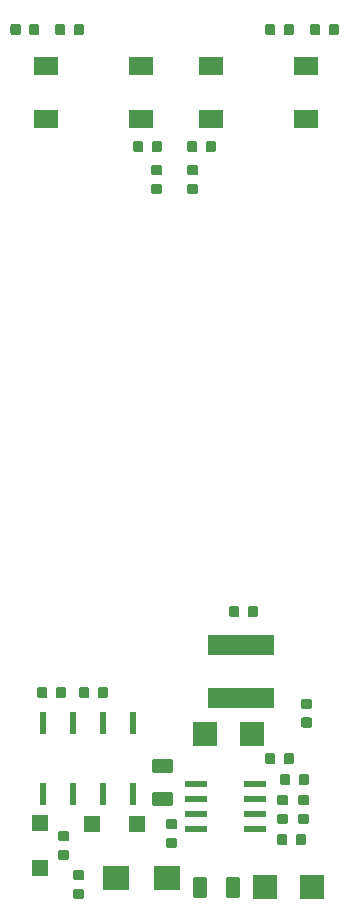
<source format=gbr>
G04 #@! TF.GenerationSoftware,KiCad,Pcbnew,5.1.5+dfsg1-2build2*
G04 #@! TF.CreationDate,2020-10-21T19:02:22+02:00*
G04 #@! TF.ProjectId,Pletacka-board,506c6574-6163-46b6-912d-626f6172642e,rev?*
G04 #@! TF.SameCoordinates,Original*
G04 #@! TF.FileFunction,Paste,Top*
G04 #@! TF.FilePolarity,Positive*
%FSLAX46Y46*%
G04 Gerber Fmt 4.6, Leading zero omitted, Abs format (unit mm)*
G04 Created by KiCad (PCBNEW 5.1.5+dfsg1-2build2) date 2020-10-21 19:02:22*
%MOMM*%
%LPD*%
G04 APERTURE LIST*
%ADD10R,1.970000X0.600000*%
%ADD11R,2.000000X1.500000*%
%ADD12R,5.700000X1.700000*%
%ADD13R,0.590000X1.930000*%
%ADD14C,0.350000*%
%ADD15R,1.400000X1.400000*%
%ADD16R,2.000000X2.000000*%
%ADD17R,2.250000X2.120000*%
G04 APERTURE END LIST*
D10*
G04 #@! TO.C,U1*
X153092000Y-127635000D03*
X153092000Y-128905000D03*
X153092000Y-130175000D03*
X153092000Y-131445000D03*
X148152000Y-131445000D03*
X148152000Y-130175000D03*
X148152000Y-128905000D03*
X148152000Y-127635000D03*
G04 #@! TD*
D11*
G04 #@! TO.C,SW2*
X157416000Y-71338000D03*
X149416000Y-71338000D03*
X157416000Y-66838000D03*
X149416000Y-66838000D03*
G04 #@! TD*
D12*
G04 #@! TO.C,L1*
X151892000Y-115860000D03*
X151892000Y-120360000D03*
G04 #@! TD*
D13*
G04 #@! TO.C,U3*
X140208000Y-128516000D03*
X142748000Y-128516000D03*
X142748000Y-122436000D03*
X140208000Y-122436000D03*
G04 #@! TD*
D11*
G04 #@! TO.C,SW1*
X143446000Y-71338000D03*
X135446000Y-71338000D03*
X143446000Y-66838000D03*
X135446000Y-66838000D03*
G04 #@! TD*
D14*
G04 #@! TO.C,C5*
G36*
X156221691Y-125002053D02*
G01*
X156242926Y-125005203D01*
X156263750Y-125010419D01*
X156283962Y-125017651D01*
X156303368Y-125026830D01*
X156321781Y-125037866D01*
X156339024Y-125050654D01*
X156354930Y-125065070D01*
X156369346Y-125080976D01*
X156382134Y-125098219D01*
X156393170Y-125116632D01*
X156402349Y-125136038D01*
X156409581Y-125156250D01*
X156414797Y-125177074D01*
X156417947Y-125198309D01*
X156419000Y-125219750D01*
X156419000Y-125732250D01*
X156417947Y-125753691D01*
X156414797Y-125774926D01*
X156409581Y-125795750D01*
X156402349Y-125815962D01*
X156393170Y-125835368D01*
X156382134Y-125853781D01*
X156369346Y-125871024D01*
X156354930Y-125886930D01*
X156339024Y-125901346D01*
X156321781Y-125914134D01*
X156303368Y-125925170D01*
X156283962Y-125934349D01*
X156263750Y-125941581D01*
X156242926Y-125946797D01*
X156221691Y-125949947D01*
X156200250Y-125951000D01*
X155762750Y-125951000D01*
X155741309Y-125949947D01*
X155720074Y-125946797D01*
X155699250Y-125941581D01*
X155679038Y-125934349D01*
X155659632Y-125925170D01*
X155641219Y-125914134D01*
X155623976Y-125901346D01*
X155608070Y-125886930D01*
X155593654Y-125871024D01*
X155580866Y-125853781D01*
X155569830Y-125835368D01*
X155560651Y-125815962D01*
X155553419Y-125795750D01*
X155548203Y-125774926D01*
X155545053Y-125753691D01*
X155544000Y-125732250D01*
X155544000Y-125219750D01*
X155545053Y-125198309D01*
X155548203Y-125177074D01*
X155553419Y-125156250D01*
X155560651Y-125136038D01*
X155569830Y-125116632D01*
X155580866Y-125098219D01*
X155593654Y-125080976D01*
X155608070Y-125065070D01*
X155623976Y-125050654D01*
X155641219Y-125037866D01*
X155659632Y-125026830D01*
X155679038Y-125017651D01*
X155699250Y-125010419D01*
X155720074Y-125005203D01*
X155741309Y-125002053D01*
X155762750Y-125001000D01*
X156200250Y-125001000D01*
X156221691Y-125002053D01*
G37*
G36*
X154646691Y-125002053D02*
G01*
X154667926Y-125005203D01*
X154688750Y-125010419D01*
X154708962Y-125017651D01*
X154728368Y-125026830D01*
X154746781Y-125037866D01*
X154764024Y-125050654D01*
X154779930Y-125065070D01*
X154794346Y-125080976D01*
X154807134Y-125098219D01*
X154818170Y-125116632D01*
X154827349Y-125136038D01*
X154834581Y-125156250D01*
X154839797Y-125177074D01*
X154842947Y-125198309D01*
X154844000Y-125219750D01*
X154844000Y-125732250D01*
X154842947Y-125753691D01*
X154839797Y-125774926D01*
X154834581Y-125795750D01*
X154827349Y-125815962D01*
X154818170Y-125835368D01*
X154807134Y-125853781D01*
X154794346Y-125871024D01*
X154779930Y-125886930D01*
X154764024Y-125901346D01*
X154746781Y-125914134D01*
X154728368Y-125925170D01*
X154708962Y-125934349D01*
X154688750Y-125941581D01*
X154667926Y-125946797D01*
X154646691Y-125949947D01*
X154625250Y-125951000D01*
X154187750Y-125951000D01*
X154166309Y-125949947D01*
X154145074Y-125946797D01*
X154124250Y-125941581D01*
X154104038Y-125934349D01*
X154084632Y-125925170D01*
X154066219Y-125914134D01*
X154048976Y-125901346D01*
X154033070Y-125886930D01*
X154018654Y-125871024D01*
X154005866Y-125853781D01*
X153994830Y-125835368D01*
X153985651Y-125815962D01*
X153978419Y-125795750D01*
X153973203Y-125774926D01*
X153970053Y-125753691D01*
X153969000Y-125732250D01*
X153969000Y-125219750D01*
X153970053Y-125198309D01*
X153973203Y-125177074D01*
X153978419Y-125156250D01*
X153985651Y-125136038D01*
X153994830Y-125116632D01*
X154005866Y-125098219D01*
X154018654Y-125080976D01*
X154033070Y-125065070D01*
X154048976Y-125050654D01*
X154066219Y-125037866D01*
X154084632Y-125026830D01*
X154104038Y-125017651D01*
X154124250Y-125010419D01*
X154145074Y-125005203D01*
X154166309Y-125002053D01*
X154187750Y-125001000D01*
X154625250Y-125001000D01*
X154646691Y-125002053D01*
G37*
G04 #@! TD*
D13*
G04 #@! TO.C,U2*
X135128000Y-128516000D03*
X137668000Y-128516000D03*
X137668000Y-122436000D03*
X135128000Y-122436000D03*
G04 #@! TD*
D14*
G04 #@! TO.C,R11*
G36*
X140473691Y-119414053D02*
G01*
X140494926Y-119417203D01*
X140515750Y-119422419D01*
X140535962Y-119429651D01*
X140555368Y-119438830D01*
X140573781Y-119449866D01*
X140591024Y-119462654D01*
X140606930Y-119477070D01*
X140621346Y-119492976D01*
X140634134Y-119510219D01*
X140645170Y-119528632D01*
X140654349Y-119548038D01*
X140661581Y-119568250D01*
X140666797Y-119589074D01*
X140669947Y-119610309D01*
X140671000Y-119631750D01*
X140671000Y-120144250D01*
X140669947Y-120165691D01*
X140666797Y-120186926D01*
X140661581Y-120207750D01*
X140654349Y-120227962D01*
X140645170Y-120247368D01*
X140634134Y-120265781D01*
X140621346Y-120283024D01*
X140606930Y-120298930D01*
X140591024Y-120313346D01*
X140573781Y-120326134D01*
X140555368Y-120337170D01*
X140535962Y-120346349D01*
X140515750Y-120353581D01*
X140494926Y-120358797D01*
X140473691Y-120361947D01*
X140452250Y-120363000D01*
X140014750Y-120363000D01*
X139993309Y-120361947D01*
X139972074Y-120358797D01*
X139951250Y-120353581D01*
X139931038Y-120346349D01*
X139911632Y-120337170D01*
X139893219Y-120326134D01*
X139875976Y-120313346D01*
X139860070Y-120298930D01*
X139845654Y-120283024D01*
X139832866Y-120265781D01*
X139821830Y-120247368D01*
X139812651Y-120227962D01*
X139805419Y-120207750D01*
X139800203Y-120186926D01*
X139797053Y-120165691D01*
X139796000Y-120144250D01*
X139796000Y-119631750D01*
X139797053Y-119610309D01*
X139800203Y-119589074D01*
X139805419Y-119568250D01*
X139812651Y-119548038D01*
X139821830Y-119528632D01*
X139832866Y-119510219D01*
X139845654Y-119492976D01*
X139860070Y-119477070D01*
X139875976Y-119462654D01*
X139893219Y-119449866D01*
X139911632Y-119438830D01*
X139931038Y-119429651D01*
X139951250Y-119422419D01*
X139972074Y-119417203D01*
X139993309Y-119414053D01*
X140014750Y-119413000D01*
X140452250Y-119413000D01*
X140473691Y-119414053D01*
G37*
G36*
X138898691Y-119414053D02*
G01*
X138919926Y-119417203D01*
X138940750Y-119422419D01*
X138960962Y-119429651D01*
X138980368Y-119438830D01*
X138998781Y-119449866D01*
X139016024Y-119462654D01*
X139031930Y-119477070D01*
X139046346Y-119492976D01*
X139059134Y-119510219D01*
X139070170Y-119528632D01*
X139079349Y-119548038D01*
X139086581Y-119568250D01*
X139091797Y-119589074D01*
X139094947Y-119610309D01*
X139096000Y-119631750D01*
X139096000Y-120144250D01*
X139094947Y-120165691D01*
X139091797Y-120186926D01*
X139086581Y-120207750D01*
X139079349Y-120227962D01*
X139070170Y-120247368D01*
X139059134Y-120265781D01*
X139046346Y-120283024D01*
X139031930Y-120298930D01*
X139016024Y-120313346D01*
X138998781Y-120326134D01*
X138980368Y-120337170D01*
X138960962Y-120346349D01*
X138940750Y-120353581D01*
X138919926Y-120358797D01*
X138898691Y-120361947D01*
X138877250Y-120363000D01*
X138439750Y-120363000D01*
X138418309Y-120361947D01*
X138397074Y-120358797D01*
X138376250Y-120353581D01*
X138356038Y-120346349D01*
X138336632Y-120337170D01*
X138318219Y-120326134D01*
X138300976Y-120313346D01*
X138285070Y-120298930D01*
X138270654Y-120283024D01*
X138257866Y-120265781D01*
X138246830Y-120247368D01*
X138237651Y-120227962D01*
X138230419Y-120207750D01*
X138225203Y-120186926D01*
X138222053Y-120165691D01*
X138221000Y-120144250D01*
X138221000Y-119631750D01*
X138222053Y-119610309D01*
X138225203Y-119589074D01*
X138230419Y-119568250D01*
X138237651Y-119548038D01*
X138246830Y-119528632D01*
X138257866Y-119510219D01*
X138270654Y-119492976D01*
X138285070Y-119477070D01*
X138300976Y-119462654D01*
X138318219Y-119449866D01*
X138336632Y-119438830D01*
X138356038Y-119429651D01*
X138376250Y-119422419D01*
X138397074Y-119417203D01*
X138418309Y-119414053D01*
X138439750Y-119413000D01*
X138877250Y-119413000D01*
X138898691Y-119414053D01*
G37*
G04 #@! TD*
G04 #@! TO.C,R10*
G36*
X135342691Y-119414053D02*
G01*
X135363926Y-119417203D01*
X135384750Y-119422419D01*
X135404962Y-119429651D01*
X135424368Y-119438830D01*
X135442781Y-119449866D01*
X135460024Y-119462654D01*
X135475930Y-119477070D01*
X135490346Y-119492976D01*
X135503134Y-119510219D01*
X135514170Y-119528632D01*
X135523349Y-119548038D01*
X135530581Y-119568250D01*
X135535797Y-119589074D01*
X135538947Y-119610309D01*
X135540000Y-119631750D01*
X135540000Y-120144250D01*
X135538947Y-120165691D01*
X135535797Y-120186926D01*
X135530581Y-120207750D01*
X135523349Y-120227962D01*
X135514170Y-120247368D01*
X135503134Y-120265781D01*
X135490346Y-120283024D01*
X135475930Y-120298930D01*
X135460024Y-120313346D01*
X135442781Y-120326134D01*
X135424368Y-120337170D01*
X135404962Y-120346349D01*
X135384750Y-120353581D01*
X135363926Y-120358797D01*
X135342691Y-120361947D01*
X135321250Y-120363000D01*
X134883750Y-120363000D01*
X134862309Y-120361947D01*
X134841074Y-120358797D01*
X134820250Y-120353581D01*
X134800038Y-120346349D01*
X134780632Y-120337170D01*
X134762219Y-120326134D01*
X134744976Y-120313346D01*
X134729070Y-120298930D01*
X134714654Y-120283024D01*
X134701866Y-120265781D01*
X134690830Y-120247368D01*
X134681651Y-120227962D01*
X134674419Y-120207750D01*
X134669203Y-120186926D01*
X134666053Y-120165691D01*
X134665000Y-120144250D01*
X134665000Y-119631750D01*
X134666053Y-119610309D01*
X134669203Y-119589074D01*
X134674419Y-119568250D01*
X134681651Y-119548038D01*
X134690830Y-119528632D01*
X134701866Y-119510219D01*
X134714654Y-119492976D01*
X134729070Y-119477070D01*
X134744976Y-119462654D01*
X134762219Y-119449866D01*
X134780632Y-119438830D01*
X134800038Y-119429651D01*
X134820250Y-119422419D01*
X134841074Y-119417203D01*
X134862309Y-119414053D01*
X134883750Y-119413000D01*
X135321250Y-119413000D01*
X135342691Y-119414053D01*
G37*
G36*
X136917691Y-119414053D02*
G01*
X136938926Y-119417203D01*
X136959750Y-119422419D01*
X136979962Y-119429651D01*
X136999368Y-119438830D01*
X137017781Y-119449866D01*
X137035024Y-119462654D01*
X137050930Y-119477070D01*
X137065346Y-119492976D01*
X137078134Y-119510219D01*
X137089170Y-119528632D01*
X137098349Y-119548038D01*
X137105581Y-119568250D01*
X137110797Y-119589074D01*
X137113947Y-119610309D01*
X137115000Y-119631750D01*
X137115000Y-120144250D01*
X137113947Y-120165691D01*
X137110797Y-120186926D01*
X137105581Y-120207750D01*
X137098349Y-120227962D01*
X137089170Y-120247368D01*
X137078134Y-120265781D01*
X137065346Y-120283024D01*
X137050930Y-120298930D01*
X137035024Y-120313346D01*
X137017781Y-120326134D01*
X136999368Y-120337170D01*
X136979962Y-120346349D01*
X136959750Y-120353581D01*
X136938926Y-120358797D01*
X136917691Y-120361947D01*
X136896250Y-120363000D01*
X136458750Y-120363000D01*
X136437309Y-120361947D01*
X136416074Y-120358797D01*
X136395250Y-120353581D01*
X136375038Y-120346349D01*
X136355632Y-120337170D01*
X136337219Y-120326134D01*
X136319976Y-120313346D01*
X136304070Y-120298930D01*
X136289654Y-120283024D01*
X136276866Y-120265781D01*
X136265830Y-120247368D01*
X136256651Y-120227962D01*
X136249419Y-120207750D01*
X136244203Y-120186926D01*
X136241053Y-120165691D01*
X136240000Y-120144250D01*
X136240000Y-119631750D01*
X136241053Y-119610309D01*
X136244203Y-119589074D01*
X136249419Y-119568250D01*
X136256651Y-119548038D01*
X136265830Y-119528632D01*
X136276866Y-119510219D01*
X136289654Y-119492976D01*
X136304070Y-119477070D01*
X136319976Y-119462654D01*
X136337219Y-119449866D01*
X136355632Y-119438830D01*
X136375038Y-119429651D01*
X136395250Y-119422419D01*
X136416074Y-119417203D01*
X136437309Y-119414053D01*
X136458750Y-119413000D01*
X136896250Y-119413000D01*
X136917691Y-119414053D01*
G37*
G04 #@! TD*
G04 #@! TO.C,R9*
G36*
X148105691Y-75230053D02*
G01*
X148126926Y-75233203D01*
X148147750Y-75238419D01*
X148167962Y-75245651D01*
X148187368Y-75254830D01*
X148205781Y-75265866D01*
X148223024Y-75278654D01*
X148238930Y-75293070D01*
X148253346Y-75308976D01*
X148266134Y-75326219D01*
X148277170Y-75344632D01*
X148286349Y-75364038D01*
X148293581Y-75384250D01*
X148298797Y-75405074D01*
X148301947Y-75426309D01*
X148303000Y-75447750D01*
X148303000Y-75885250D01*
X148301947Y-75906691D01*
X148298797Y-75927926D01*
X148293581Y-75948750D01*
X148286349Y-75968962D01*
X148277170Y-75988368D01*
X148266134Y-76006781D01*
X148253346Y-76024024D01*
X148238930Y-76039930D01*
X148223024Y-76054346D01*
X148205781Y-76067134D01*
X148187368Y-76078170D01*
X148167962Y-76087349D01*
X148147750Y-76094581D01*
X148126926Y-76099797D01*
X148105691Y-76102947D01*
X148084250Y-76104000D01*
X147571750Y-76104000D01*
X147550309Y-76102947D01*
X147529074Y-76099797D01*
X147508250Y-76094581D01*
X147488038Y-76087349D01*
X147468632Y-76078170D01*
X147450219Y-76067134D01*
X147432976Y-76054346D01*
X147417070Y-76039930D01*
X147402654Y-76024024D01*
X147389866Y-76006781D01*
X147378830Y-75988368D01*
X147369651Y-75968962D01*
X147362419Y-75948750D01*
X147357203Y-75927926D01*
X147354053Y-75906691D01*
X147353000Y-75885250D01*
X147353000Y-75447750D01*
X147354053Y-75426309D01*
X147357203Y-75405074D01*
X147362419Y-75384250D01*
X147369651Y-75364038D01*
X147378830Y-75344632D01*
X147389866Y-75326219D01*
X147402654Y-75308976D01*
X147417070Y-75293070D01*
X147432976Y-75278654D01*
X147450219Y-75265866D01*
X147468632Y-75254830D01*
X147488038Y-75245651D01*
X147508250Y-75238419D01*
X147529074Y-75233203D01*
X147550309Y-75230053D01*
X147571750Y-75229000D01*
X148084250Y-75229000D01*
X148105691Y-75230053D01*
G37*
G36*
X148105691Y-76805053D02*
G01*
X148126926Y-76808203D01*
X148147750Y-76813419D01*
X148167962Y-76820651D01*
X148187368Y-76829830D01*
X148205781Y-76840866D01*
X148223024Y-76853654D01*
X148238930Y-76868070D01*
X148253346Y-76883976D01*
X148266134Y-76901219D01*
X148277170Y-76919632D01*
X148286349Y-76939038D01*
X148293581Y-76959250D01*
X148298797Y-76980074D01*
X148301947Y-77001309D01*
X148303000Y-77022750D01*
X148303000Y-77460250D01*
X148301947Y-77481691D01*
X148298797Y-77502926D01*
X148293581Y-77523750D01*
X148286349Y-77543962D01*
X148277170Y-77563368D01*
X148266134Y-77581781D01*
X148253346Y-77599024D01*
X148238930Y-77614930D01*
X148223024Y-77629346D01*
X148205781Y-77642134D01*
X148187368Y-77653170D01*
X148167962Y-77662349D01*
X148147750Y-77669581D01*
X148126926Y-77674797D01*
X148105691Y-77677947D01*
X148084250Y-77679000D01*
X147571750Y-77679000D01*
X147550309Y-77677947D01*
X147529074Y-77674797D01*
X147508250Y-77669581D01*
X147488038Y-77662349D01*
X147468632Y-77653170D01*
X147450219Y-77642134D01*
X147432976Y-77629346D01*
X147417070Y-77614930D01*
X147402654Y-77599024D01*
X147389866Y-77581781D01*
X147378830Y-77563368D01*
X147369651Y-77543962D01*
X147362419Y-77523750D01*
X147357203Y-77502926D01*
X147354053Y-77481691D01*
X147353000Y-77460250D01*
X147353000Y-77022750D01*
X147354053Y-77001309D01*
X147357203Y-76980074D01*
X147362419Y-76959250D01*
X147369651Y-76939038D01*
X147378830Y-76919632D01*
X147389866Y-76901219D01*
X147402654Y-76883976D01*
X147417070Y-76868070D01*
X147432976Y-76853654D01*
X147450219Y-76840866D01*
X147468632Y-76829830D01*
X147488038Y-76820651D01*
X147508250Y-76813419D01*
X147529074Y-76808203D01*
X147550309Y-76805053D01*
X147571750Y-76804000D01*
X148084250Y-76804000D01*
X148105691Y-76805053D01*
G37*
G04 #@! TD*
G04 #@! TO.C,R8*
G36*
X145057691Y-75230053D02*
G01*
X145078926Y-75233203D01*
X145099750Y-75238419D01*
X145119962Y-75245651D01*
X145139368Y-75254830D01*
X145157781Y-75265866D01*
X145175024Y-75278654D01*
X145190930Y-75293070D01*
X145205346Y-75308976D01*
X145218134Y-75326219D01*
X145229170Y-75344632D01*
X145238349Y-75364038D01*
X145245581Y-75384250D01*
X145250797Y-75405074D01*
X145253947Y-75426309D01*
X145255000Y-75447750D01*
X145255000Y-75885250D01*
X145253947Y-75906691D01*
X145250797Y-75927926D01*
X145245581Y-75948750D01*
X145238349Y-75968962D01*
X145229170Y-75988368D01*
X145218134Y-76006781D01*
X145205346Y-76024024D01*
X145190930Y-76039930D01*
X145175024Y-76054346D01*
X145157781Y-76067134D01*
X145139368Y-76078170D01*
X145119962Y-76087349D01*
X145099750Y-76094581D01*
X145078926Y-76099797D01*
X145057691Y-76102947D01*
X145036250Y-76104000D01*
X144523750Y-76104000D01*
X144502309Y-76102947D01*
X144481074Y-76099797D01*
X144460250Y-76094581D01*
X144440038Y-76087349D01*
X144420632Y-76078170D01*
X144402219Y-76067134D01*
X144384976Y-76054346D01*
X144369070Y-76039930D01*
X144354654Y-76024024D01*
X144341866Y-76006781D01*
X144330830Y-75988368D01*
X144321651Y-75968962D01*
X144314419Y-75948750D01*
X144309203Y-75927926D01*
X144306053Y-75906691D01*
X144305000Y-75885250D01*
X144305000Y-75447750D01*
X144306053Y-75426309D01*
X144309203Y-75405074D01*
X144314419Y-75384250D01*
X144321651Y-75364038D01*
X144330830Y-75344632D01*
X144341866Y-75326219D01*
X144354654Y-75308976D01*
X144369070Y-75293070D01*
X144384976Y-75278654D01*
X144402219Y-75265866D01*
X144420632Y-75254830D01*
X144440038Y-75245651D01*
X144460250Y-75238419D01*
X144481074Y-75233203D01*
X144502309Y-75230053D01*
X144523750Y-75229000D01*
X145036250Y-75229000D01*
X145057691Y-75230053D01*
G37*
G36*
X145057691Y-76805053D02*
G01*
X145078926Y-76808203D01*
X145099750Y-76813419D01*
X145119962Y-76820651D01*
X145139368Y-76829830D01*
X145157781Y-76840866D01*
X145175024Y-76853654D01*
X145190930Y-76868070D01*
X145205346Y-76883976D01*
X145218134Y-76901219D01*
X145229170Y-76919632D01*
X145238349Y-76939038D01*
X145245581Y-76959250D01*
X145250797Y-76980074D01*
X145253947Y-77001309D01*
X145255000Y-77022750D01*
X145255000Y-77460250D01*
X145253947Y-77481691D01*
X145250797Y-77502926D01*
X145245581Y-77523750D01*
X145238349Y-77543962D01*
X145229170Y-77563368D01*
X145218134Y-77581781D01*
X145205346Y-77599024D01*
X145190930Y-77614930D01*
X145175024Y-77629346D01*
X145157781Y-77642134D01*
X145139368Y-77653170D01*
X145119962Y-77662349D01*
X145099750Y-77669581D01*
X145078926Y-77674797D01*
X145057691Y-77677947D01*
X145036250Y-77679000D01*
X144523750Y-77679000D01*
X144502309Y-77677947D01*
X144481074Y-77674797D01*
X144460250Y-77669581D01*
X144440038Y-77662349D01*
X144420632Y-77653170D01*
X144402219Y-77642134D01*
X144384976Y-77629346D01*
X144369070Y-77614930D01*
X144354654Y-77599024D01*
X144341866Y-77581781D01*
X144330830Y-77563368D01*
X144321651Y-77543962D01*
X144314419Y-77523750D01*
X144309203Y-77502926D01*
X144306053Y-77481691D01*
X144305000Y-77460250D01*
X144305000Y-77022750D01*
X144306053Y-77001309D01*
X144309203Y-76980074D01*
X144314419Y-76959250D01*
X144321651Y-76939038D01*
X144330830Y-76919632D01*
X144341866Y-76901219D01*
X144354654Y-76883976D01*
X144369070Y-76868070D01*
X144384976Y-76853654D01*
X144402219Y-76840866D01*
X144420632Y-76829830D01*
X144440038Y-76820651D01*
X144460250Y-76813419D01*
X144481074Y-76808203D01*
X144502309Y-76805053D01*
X144523750Y-76804000D01*
X145036250Y-76804000D01*
X145057691Y-76805053D01*
G37*
G04 #@! TD*
G04 #@! TO.C,R7*
G36*
X138453691Y-136495053D02*
G01*
X138474926Y-136498203D01*
X138495750Y-136503419D01*
X138515962Y-136510651D01*
X138535368Y-136519830D01*
X138553781Y-136530866D01*
X138571024Y-136543654D01*
X138586930Y-136558070D01*
X138601346Y-136573976D01*
X138614134Y-136591219D01*
X138625170Y-136609632D01*
X138634349Y-136629038D01*
X138641581Y-136649250D01*
X138646797Y-136670074D01*
X138649947Y-136691309D01*
X138651000Y-136712750D01*
X138651000Y-137150250D01*
X138649947Y-137171691D01*
X138646797Y-137192926D01*
X138641581Y-137213750D01*
X138634349Y-137233962D01*
X138625170Y-137253368D01*
X138614134Y-137271781D01*
X138601346Y-137289024D01*
X138586930Y-137304930D01*
X138571024Y-137319346D01*
X138553781Y-137332134D01*
X138535368Y-137343170D01*
X138515962Y-137352349D01*
X138495750Y-137359581D01*
X138474926Y-137364797D01*
X138453691Y-137367947D01*
X138432250Y-137369000D01*
X137919750Y-137369000D01*
X137898309Y-137367947D01*
X137877074Y-137364797D01*
X137856250Y-137359581D01*
X137836038Y-137352349D01*
X137816632Y-137343170D01*
X137798219Y-137332134D01*
X137780976Y-137319346D01*
X137765070Y-137304930D01*
X137750654Y-137289024D01*
X137737866Y-137271781D01*
X137726830Y-137253368D01*
X137717651Y-137233962D01*
X137710419Y-137213750D01*
X137705203Y-137192926D01*
X137702053Y-137171691D01*
X137701000Y-137150250D01*
X137701000Y-136712750D01*
X137702053Y-136691309D01*
X137705203Y-136670074D01*
X137710419Y-136649250D01*
X137717651Y-136629038D01*
X137726830Y-136609632D01*
X137737866Y-136591219D01*
X137750654Y-136573976D01*
X137765070Y-136558070D01*
X137780976Y-136543654D01*
X137798219Y-136530866D01*
X137816632Y-136519830D01*
X137836038Y-136510651D01*
X137856250Y-136503419D01*
X137877074Y-136498203D01*
X137898309Y-136495053D01*
X137919750Y-136494000D01*
X138432250Y-136494000D01*
X138453691Y-136495053D01*
G37*
G36*
X138453691Y-134920053D02*
G01*
X138474926Y-134923203D01*
X138495750Y-134928419D01*
X138515962Y-134935651D01*
X138535368Y-134944830D01*
X138553781Y-134955866D01*
X138571024Y-134968654D01*
X138586930Y-134983070D01*
X138601346Y-134998976D01*
X138614134Y-135016219D01*
X138625170Y-135034632D01*
X138634349Y-135054038D01*
X138641581Y-135074250D01*
X138646797Y-135095074D01*
X138649947Y-135116309D01*
X138651000Y-135137750D01*
X138651000Y-135575250D01*
X138649947Y-135596691D01*
X138646797Y-135617926D01*
X138641581Y-135638750D01*
X138634349Y-135658962D01*
X138625170Y-135678368D01*
X138614134Y-135696781D01*
X138601346Y-135714024D01*
X138586930Y-135729930D01*
X138571024Y-135744346D01*
X138553781Y-135757134D01*
X138535368Y-135768170D01*
X138515962Y-135777349D01*
X138495750Y-135784581D01*
X138474926Y-135789797D01*
X138453691Y-135792947D01*
X138432250Y-135794000D01*
X137919750Y-135794000D01*
X137898309Y-135792947D01*
X137877074Y-135789797D01*
X137856250Y-135784581D01*
X137836038Y-135777349D01*
X137816632Y-135768170D01*
X137798219Y-135757134D01*
X137780976Y-135744346D01*
X137765070Y-135729930D01*
X137750654Y-135714024D01*
X137737866Y-135696781D01*
X137726830Y-135678368D01*
X137717651Y-135658962D01*
X137710419Y-135638750D01*
X137705203Y-135617926D01*
X137702053Y-135596691D01*
X137701000Y-135575250D01*
X137701000Y-135137750D01*
X137702053Y-135116309D01*
X137705203Y-135095074D01*
X137710419Y-135074250D01*
X137717651Y-135054038D01*
X137726830Y-135034632D01*
X137737866Y-135016219D01*
X137750654Y-134998976D01*
X137765070Y-134983070D01*
X137780976Y-134968654D01*
X137798219Y-134955866D01*
X137816632Y-134944830D01*
X137836038Y-134935651D01*
X137856250Y-134928419D01*
X137877074Y-134923203D01*
X137898309Y-134920053D01*
X137919750Y-134919000D01*
X138432250Y-134919000D01*
X138453691Y-134920053D01*
G37*
G04 #@! TD*
G04 #@! TO.C,R6*
G36*
X137183691Y-133193053D02*
G01*
X137204926Y-133196203D01*
X137225750Y-133201419D01*
X137245962Y-133208651D01*
X137265368Y-133217830D01*
X137283781Y-133228866D01*
X137301024Y-133241654D01*
X137316930Y-133256070D01*
X137331346Y-133271976D01*
X137344134Y-133289219D01*
X137355170Y-133307632D01*
X137364349Y-133327038D01*
X137371581Y-133347250D01*
X137376797Y-133368074D01*
X137379947Y-133389309D01*
X137381000Y-133410750D01*
X137381000Y-133848250D01*
X137379947Y-133869691D01*
X137376797Y-133890926D01*
X137371581Y-133911750D01*
X137364349Y-133931962D01*
X137355170Y-133951368D01*
X137344134Y-133969781D01*
X137331346Y-133987024D01*
X137316930Y-134002930D01*
X137301024Y-134017346D01*
X137283781Y-134030134D01*
X137265368Y-134041170D01*
X137245962Y-134050349D01*
X137225750Y-134057581D01*
X137204926Y-134062797D01*
X137183691Y-134065947D01*
X137162250Y-134067000D01*
X136649750Y-134067000D01*
X136628309Y-134065947D01*
X136607074Y-134062797D01*
X136586250Y-134057581D01*
X136566038Y-134050349D01*
X136546632Y-134041170D01*
X136528219Y-134030134D01*
X136510976Y-134017346D01*
X136495070Y-134002930D01*
X136480654Y-133987024D01*
X136467866Y-133969781D01*
X136456830Y-133951368D01*
X136447651Y-133931962D01*
X136440419Y-133911750D01*
X136435203Y-133890926D01*
X136432053Y-133869691D01*
X136431000Y-133848250D01*
X136431000Y-133410750D01*
X136432053Y-133389309D01*
X136435203Y-133368074D01*
X136440419Y-133347250D01*
X136447651Y-133327038D01*
X136456830Y-133307632D01*
X136467866Y-133289219D01*
X136480654Y-133271976D01*
X136495070Y-133256070D01*
X136510976Y-133241654D01*
X136528219Y-133228866D01*
X136546632Y-133217830D01*
X136566038Y-133208651D01*
X136586250Y-133201419D01*
X136607074Y-133196203D01*
X136628309Y-133193053D01*
X136649750Y-133192000D01*
X137162250Y-133192000D01*
X137183691Y-133193053D01*
G37*
G36*
X137183691Y-131618053D02*
G01*
X137204926Y-131621203D01*
X137225750Y-131626419D01*
X137245962Y-131633651D01*
X137265368Y-131642830D01*
X137283781Y-131653866D01*
X137301024Y-131666654D01*
X137316930Y-131681070D01*
X137331346Y-131696976D01*
X137344134Y-131714219D01*
X137355170Y-131732632D01*
X137364349Y-131752038D01*
X137371581Y-131772250D01*
X137376797Y-131793074D01*
X137379947Y-131814309D01*
X137381000Y-131835750D01*
X137381000Y-132273250D01*
X137379947Y-132294691D01*
X137376797Y-132315926D01*
X137371581Y-132336750D01*
X137364349Y-132356962D01*
X137355170Y-132376368D01*
X137344134Y-132394781D01*
X137331346Y-132412024D01*
X137316930Y-132427930D01*
X137301024Y-132442346D01*
X137283781Y-132455134D01*
X137265368Y-132466170D01*
X137245962Y-132475349D01*
X137225750Y-132482581D01*
X137204926Y-132487797D01*
X137183691Y-132490947D01*
X137162250Y-132492000D01*
X136649750Y-132492000D01*
X136628309Y-132490947D01*
X136607074Y-132487797D01*
X136586250Y-132482581D01*
X136566038Y-132475349D01*
X136546632Y-132466170D01*
X136528219Y-132455134D01*
X136510976Y-132442346D01*
X136495070Y-132427930D01*
X136480654Y-132412024D01*
X136467866Y-132394781D01*
X136456830Y-132376368D01*
X136447651Y-132356962D01*
X136440419Y-132336750D01*
X136435203Y-132315926D01*
X136432053Y-132294691D01*
X136431000Y-132273250D01*
X136431000Y-131835750D01*
X136432053Y-131814309D01*
X136435203Y-131793074D01*
X136440419Y-131772250D01*
X136447651Y-131752038D01*
X136456830Y-131732632D01*
X136467866Y-131714219D01*
X136480654Y-131696976D01*
X136495070Y-131681070D01*
X136510976Y-131666654D01*
X136528219Y-131653866D01*
X136546632Y-131642830D01*
X136566038Y-131633651D01*
X136586250Y-131626419D01*
X136607074Y-131621203D01*
X136628309Y-131618053D01*
X136649750Y-131617000D01*
X137162250Y-131617000D01*
X137183691Y-131618053D01*
G37*
G04 #@! TD*
G04 #@! TO.C,R5*
G36*
X155916691Y-126780053D02*
G01*
X155937926Y-126783203D01*
X155958750Y-126788419D01*
X155978962Y-126795651D01*
X155998368Y-126804830D01*
X156016781Y-126815866D01*
X156034024Y-126828654D01*
X156049930Y-126843070D01*
X156064346Y-126858976D01*
X156077134Y-126876219D01*
X156088170Y-126894632D01*
X156097349Y-126914038D01*
X156104581Y-126934250D01*
X156109797Y-126955074D01*
X156112947Y-126976309D01*
X156114000Y-126997750D01*
X156114000Y-127510250D01*
X156112947Y-127531691D01*
X156109797Y-127552926D01*
X156104581Y-127573750D01*
X156097349Y-127593962D01*
X156088170Y-127613368D01*
X156077134Y-127631781D01*
X156064346Y-127649024D01*
X156049930Y-127664930D01*
X156034024Y-127679346D01*
X156016781Y-127692134D01*
X155998368Y-127703170D01*
X155978962Y-127712349D01*
X155958750Y-127719581D01*
X155937926Y-127724797D01*
X155916691Y-127727947D01*
X155895250Y-127729000D01*
X155457750Y-127729000D01*
X155436309Y-127727947D01*
X155415074Y-127724797D01*
X155394250Y-127719581D01*
X155374038Y-127712349D01*
X155354632Y-127703170D01*
X155336219Y-127692134D01*
X155318976Y-127679346D01*
X155303070Y-127664930D01*
X155288654Y-127649024D01*
X155275866Y-127631781D01*
X155264830Y-127613368D01*
X155255651Y-127593962D01*
X155248419Y-127573750D01*
X155243203Y-127552926D01*
X155240053Y-127531691D01*
X155239000Y-127510250D01*
X155239000Y-126997750D01*
X155240053Y-126976309D01*
X155243203Y-126955074D01*
X155248419Y-126934250D01*
X155255651Y-126914038D01*
X155264830Y-126894632D01*
X155275866Y-126876219D01*
X155288654Y-126858976D01*
X155303070Y-126843070D01*
X155318976Y-126828654D01*
X155336219Y-126815866D01*
X155354632Y-126804830D01*
X155374038Y-126795651D01*
X155394250Y-126788419D01*
X155415074Y-126783203D01*
X155436309Y-126780053D01*
X155457750Y-126779000D01*
X155895250Y-126779000D01*
X155916691Y-126780053D01*
G37*
G36*
X157491691Y-126780053D02*
G01*
X157512926Y-126783203D01*
X157533750Y-126788419D01*
X157553962Y-126795651D01*
X157573368Y-126804830D01*
X157591781Y-126815866D01*
X157609024Y-126828654D01*
X157624930Y-126843070D01*
X157639346Y-126858976D01*
X157652134Y-126876219D01*
X157663170Y-126894632D01*
X157672349Y-126914038D01*
X157679581Y-126934250D01*
X157684797Y-126955074D01*
X157687947Y-126976309D01*
X157689000Y-126997750D01*
X157689000Y-127510250D01*
X157687947Y-127531691D01*
X157684797Y-127552926D01*
X157679581Y-127573750D01*
X157672349Y-127593962D01*
X157663170Y-127613368D01*
X157652134Y-127631781D01*
X157639346Y-127649024D01*
X157624930Y-127664930D01*
X157609024Y-127679346D01*
X157591781Y-127692134D01*
X157573368Y-127703170D01*
X157553962Y-127712349D01*
X157533750Y-127719581D01*
X157512926Y-127724797D01*
X157491691Y-127727947D01*
X157470250Y-127729000D01*
X157032750Y-127729000D01*
X157011309Y-127727947D01*
X156990074Y-127724797D01*
X156969250Y-127719581D01*
X156949038Y-127712349D01*
X156929632Y-127703170D01*
X156911219Y-127692134D01*
X156893976Y-127679346D01*
X156878070Y-127664930D01*
X156863654Y-127649024D01*
X156850866Y-127631781D01*
X156839830Y-127613368D01*
X156830651Y-127593962D01*
X156823419Y-127573750D01*
X156818203Y-127552926D01*
X156815053Y-127531691D01*
X156814000Y-127510250D01*
X156814000Y-126997750D01*
X156815053Y-126976309D01*
X156818203Y-126955074D01*
X156823419Y-126934250D01*
X156830651Y-126914038D01*
X156839830Y-126894632D01*
X156850866Y-126876219D01*
X156863654Y-126858976D01*
X156878070Y-126843070D01*
X156893976Y-126828654D01*
X156911219Y-126815866D01*
X156929632Y-126804830D01*
X156949038Y-126795651D01*
X156969250Y-126788419D01*
X156990074Y-126783203D01*
X157011309Y-126780053D01*
X157032750Y-126779000D01*
X157470250Y-126779000D01*
X157491691Y-126780053D01*
G37*
G04 #@! TD*
G04 #@! TO.C,R4*
G36*
X157757691Y-121991553D02*
G01*
X157778926Y-121994703D01*
X157799750Y-121999919D01*
X157819962Y-122007151D01*
X157839368Y-122016330D01*
X157857781Y-122027366D01*
X157875024Y-122040154D01*
X157890930Y-122054570D01*
X157905346Y-122070476D01*
X157918134Y-122087719D01*
X157929170Y-122106132D01*
X157938349Y-122125538D01*
X157945581Y-122145750D01*
X157950797Y-122166574D01*
X157953947Y-122187809D01*
X157955000Y-122209250D01*
X157955000Y-122646750D01*
X157953947Y-122668191D01*
X157950797Y-122689426D01*
X157945581Y-122710250D01*
X157938349Y-122730462D01*
X157929170Y-122749868D01*
X157918134Y-122768281D01*
X157905346Y-122785524D01*
X157890930Y-122801430D01*
X157875024Y-122815846D01*
X157857781Y-122828634D01*
X157839368Y-122839670D01*
X157819962Y-122848849D01*
X157799750Y-122856081D01*
X157778926Y-122861297D01*
X157757691Y-122864447D01*
X157736250Y-122865500D01*
X157223750Y-122865500D01*
X157202309Y-122864447D01*
X157181074Y-122861297D01*
X157160250Y-122856081D01*
X157140038Y-122848849D01*
X157120632Y-122839670D01*
X157102219Y-122828634D01*
X157084976Y-122815846D01*
X157069070Y-122801430D01*
X157054654Y-122785524D01*
X157041866Y-122768281D01*
X157030830Y-122749868D01*
X157021651Y-122730462D01*
X157014419Y-122710250D01*
X157009203Y-122689426D01*
X157006053Y-122668191D01*
X157005000Y-122646750D01*
X157005000Y-122209250D01*
X157006053Y-122187809D01*
X157009203Y-122166574D01*
X157014419Y-122145750D01*
X157021651Y-122125538D01*
X157030830Y-122106132D01*
X157041866Y-122087719D01*
X157054654Y-122070476D01*
X157069070Y-122054570D01*
X157084976Y-122040154D01*
X157102219Y-122027366D01*
X157120632Y-122016330D01*
X157140038Y-122007151D01*
X157160250Y-121999919D01*
X157181074Y-121994703D01*
X157202309Y-121991553D01*
X157223750Y-121990500D01*
X157736250Y-121990500D01*
X157757691Y-121991553D01*
G37*
G36*
X157757691Y-120416553D02*
G01*
X157778926Y-120419703D01*
X157799750Y-120424919D01*
X157819962Y-120432151D01*
X157839368Y-120441330D01*
X157857781Y-120452366D01*
X157875024Y-120465154D01*
X157890930Y-120479570D01*
X157905346Y-120495476D01*
X157918134Y-120512719D01*
X157929170Y-120531132D01*
X157938349Y-120550538D01*
X157945581Y-120570750D01*
X157950797Y-120591574D01*
X157953947Y-120612809D01*
X157955000Y-120634250D01*
X157955000Y-121071750D01*
X157953947Y-121093191D01*
X157950797Y-121114426D01*
X157945581Y-121135250D01*
X157938349Y-121155462D01*
X157929170Y-121174868D01*
X157918134Y-121193281D01*
X157905346Y-121210524D01*
X157890930Y-121226430D01*
X157875024Y-121240846D01*
X157857781Y-121253634D01*
X157839368Y-121264670D01*
X157819962Y-121273849D01*
X157799750Y-121281081D01*
X157778926Y-121286297D01*
X157757691Y-121289447D01*
X157736250Y-121290500D01*
X157223750Y-121290500D01*
X157202309Y-121289447D01*
X157181074Y-121286297D01*
X157160250Y-121281081D01*
X157140038Y-121273849D01*
X157120632Y-121264670D01*
X157102219Y-121253634D01*
X157084976Y-121240846D01*
X157069070Y-121226430D01*
X157054654Y-121210524D01*
X157041866Y-121193281D01*
X157030830Y-121174868D01*
X157021651Y-121155462D01*
X157014419Y-121135250D01*
X157009203Y-121114426D01*
X157006053Y-121093191D01*
X157005000Y-121071750D01*
X157005000Y-120634250D01*
X157006053Y-120612809D01*
X157009203Y-120591574D01*
X157014419Y-120570750D01*
X157021651Y-120550538D01*
X157030830Y-120531132D01*
X157041866Y-120512719D01*
X157054654Y-120495476D01*
X157069070Y-120479570D01*
X157084976Y-120465154D01*
X157102219Y-120452366D01*
X157120632Y-120441330D01*
X157140038Y-120432151D01*
X157160250Y-120424919D01*
X157181074Y-120419703D01*
X157202309Y-120416553D01*
X157223750Y-120415500D01*
X157736250Y-120415500D01*
X157757691Y-120416553D01*
G37*
G04 #@! TD*
G04 #@! TO.C,R3*
G36*
X157237691Y-131860053D02*
G01*
X157258926Y-131863203D01*
X157279750Y-131868419D01*
X157299962Y-131875651D01*
X157319368Y-131884830D01*
X157337781Y-131895866D01*
X157355024Y-131908654D01*
X157370930Y-131923070D01*
X157385346Y-131938976D01*
X157398134Y-131956219D01*
X157409170Y-131974632D01*
X157418349Y-131994038D01*
X157425581Y-132014250D01*
X157430797Y-132035074D01*
X157433947Y-132056309D01*
X157435000Y-132077750D01*
X157435000Y-132590250D01*
X157433947Y-132611691D01*
X157430797Y-132632926D01*
X157425581Y-132653750D01*
X157418349Y-132673962D01*
X157409170Y-132693368D01*
X157398134Y-132711781D01*
X157385346Y-132729024D01*
X157370930Y-132744930D01*
X157355024Y-132759346D01*
X157337781Y-132772134D01*
X157319368Y-132783170D01*
X157299962Y-132792349D01*
X157279750Y-132799581D01*
X157258926Y-132804797D01*
X157237691Y-132807947D01*
X157216250Y-132809000D01*
X156778750Y-132809000D01*
X156757309Y-132807947D01*
X156736074Y-132804797D01*
X156715250Y-132799581D01*
X156695038Y-132792349D01*
X156675632Y-132783170D01*
X156657219Y-132772134D01*
X156639976Y-132759346D01*
X156624070Y-132744930D01*
X156609654Y-132729024D01*
X156596866Y-132711781D01*
X156585830Y-132693368D01*
X156576651Y-132673962D01*
X156569419Y-132653750D01*
X156564203Y-132632926D01*
X156561053Y-132611691D01*
X156560000Y-132590250D01*
X156560000Y-132077750D01*
X156561053Y-132056309D01*
X156564203Y-132035074D01*
X156569419Y-132014250D01*
X156576651Y-131994038D01*
X156585830Y-131974632D01*
X156596866Y-131956219D01*
X156609654Y-131938976D01*
X156624070Y-131923070D01*
X156639976Y-131908654D01*
X156657219Y-131895866D01*
X156675632Y-131884830D01*
X156695038Y-131875651D01*
X156715250Y-131868419D01*
X156736074Y-131863203D01*
X156757309Y-131860053D01*
X156778750Y-131859000D01*
X157216250Y-131859000D01*
X157237691Y-131860053D01*
G37*
G36*
X155662691Y-131860053D02*
G01*
X155683926Y-131863203D01*
X155704750Y-131868419D01*
X155724962Y-131875651D01*
X155744368Y-131884830D01*
X155762781Y-131895866D01*
X155780024Y-131908654D01*
X155795930Y-131923070D01*
X155810346Y-131938976D01*
X155823134Y-131956219D01*
X155834170Y-131974632D01*
X155843349Y-131994038D01*
X155850581Y-132014250D01*
X155855797Y-132035074D01*
X155858947Y-132056309D01*
X155860000Y-132077750D01*
X155860000Y-132590250D01*
X155858947Y-132611691D01*
X155855797Y-132632926D01*
X155850581Y-132653750D01*
X155843349Y-132673962D01*
X155834170Y-132693368D01*
X155823134Y-132711781D01*
X155810346Y-132729024D01*
X155795930Y-132744930D01*
X155780024Y-132759346D01*
X155762781Y-132772134D01*
X155744368Y-132783170D01*
X155724962Y-132792349D01*
X155704750Y-132799581D01*
X155683926Y-132804797D01*
X155662691Y-132807947D01*
X155641250Y-132809000D01*
X155203750Y-132809000D01*
X155182309Y-132807947D01*
X155161074Y-132804797D01*
X155140250Y-132799581D01*
X155120038Y-132792349D01*
X155100632Y-132783170D01*
X155082219Y-132772134D01*
X155064976Y-132759346D01*
X155049070Y-132744930D01*
X155034654Y-132729024D01*
X155021866Y-132711781D01*
X155010830Y-132693368D01*
X155001651Y-132673962D01*
X154994419Y-132653750D01*
X154989203Y-132632926D01*
X154986053Y-132611691D01*
X154985000Y-132590250D01*
X154985000Y-132077750D01*
X154986053Y-132056309D01*
X154989203Y-132035074D01*
X154994419Y-132014250D01*
X155001651Y-131994038D01*
X155010830Y-131974632D01*
X155021866Y-131956219D01*
X155034654Y-131938976D01*
X155049070Y-131923070D01*
X155064976Y-131908654D01*
X155082219Y-131895866D01*
X155100632Y-131884830D01*
X155120038Y-131875651D01*
X155140250Y-131868419D01*
X155161074Y-131863203D01*
X155182309Y-131860053D01*
X155203750Y-131859000D01*
X155641250Y-131859000D01*
X155662691Y-131860053D01*
G37*
G04 #@! TD*
G04 #@! TO.C,R2*
G36*
X133082191Y-63280053D02*
G01*
X133103426Y-63283203D01*
X133124250Y-63288419D01*
X133144462Y-63295651D01*
X133163868Y-63304830D01*
X133182281Y-63315866D01*
X133199524Y-63328654D01*
X133215430Y-63343070D01*
X133229846Y-63358976D01*
X133242634Y-63376219D01*
X133253670Y-63394632D01*
X133262849Y-63414038D01*
X133270081Y-63434250D01*
X133275297Y-63455074D01*
X133278447Y-63476309D01*
X133279500Y-63497750D01*
X133279500Y-64010250D01*
X133278447Y-64031691D01*
X133275297Y-64052926D01*
X133270081Y-64073750D01*
X133262849Y-64093962D01*
X133253670Y-64113368D01*
X133242634Y-64131781D01*
X133229846Y-64149024D01*
X133215430Y-64164930D01*
X133199524Y-64179346D01*
X133182281Y-64192134D01*
X133163868Y-64203170D01*
X133144462Y-64212349D01*
X133124250Y-64219581D01*
X133103426Y-64224797D01*
X133082191Y-64227947D01*
X133060750Y-64229000D01*
X132623250Y-64229000D01*
X132601809Y-64227947D01*
X132580574Y-64224797D01*
X132559750Y-64219581D01*
X132539538Y-64212349D01*
X132520132Y-64203170D01*
X132501719Y-64192134D01*
X132484476Y-64179346D01*
X132468570Y-64164930D01*
X132454154Y-64149024D01*
X132441366Y-64131781D01*
X132430330Y-64113368D01*
X132421151Y-64093962D01*
X132413919Y-64073750D01*
X132408703Y-64052926D01*
X132405553Y-64031691D01*
X132404500Y-64010250D01*
X132404500Y-63497750D01*
X132405553Y-63476309D01*
X132408703Y-63455074D01*
X132413919Y-63434250D01*
X132421151Y-63414038D01*
X132430330Y-63394632D01*
X132441366Y-63376219D01*
X132454154Y-63358976D01*
X132468570Y-63343070D01*
X132484476Y-63328654D01*
X132501719Y-63315866D01*
X132520132Y-63304830D01*
X132539538Y-63295651D01*
X132559750Y-63288419D01*
X132580574Y-63283203D01*
X132601809Y-63280053D01*
X132623250Y-63279000D01*
X133060750Y-63279000D01*
X133082191Y-63280053D01*
G37*
G36*
X134657191Y-63280053D02*
G01*
X134678426Y-63283203D01*
X134699250Y-63288419D01*
X134719462Y-63295651D01*
X134738868Y-63304830D01*
X134757281Y-63315866D01*
X134774524Y-63328654D01*
X134790430Y-63343070D01*
X134804846Y-63358976D01*
X134817634Y-63376219D01*
X134828670Y-63394632D01*
X134837849Y-63414038D01*
X134845081Y-63434250D01*
X134850297Y-63455074D01*
X134853447Y-63476309D01*
X134854500Y-63497750D01*
X134854500Y-64010250D01*
X134853447Y-64031691D01*
X134850297Y-64052926D01*
X134845081Y-64073750D01*
X134837849Y-64093962D01*
X134828670Y-64113368D01*
X134817634Y-64131781D01*
X134804846Y-64149024D01*
X134790430Y-64164930D01*
X134774524Y-64179346D01*
X134757281Y-64192134D01*
X134738868Y-64203170D01*
X134719462Y-64212349D01*
X134699250Y-64219581D01*
X134678426Y-64224797D01*
X134657191Y-64227947D01*
X134635750Y-64229000D01*
X134198250Y-64229000D01*
X134176809Y-64227947D01*
X134155574Y-64224797D01*
X134134750Y-64219581D01*
X134114538Y-64212349D01*
X134095132Y-64203170D01*
X134076719Y-64192134D01*
X134059476Y-64179346D01*
X134043570Y-64164930D01*
X134029154Y-64149024D01*
X134016366Y-64131781D01*
X134005330Y-64113368D01*
X133996151Y-64093962D01*
X133988919Y-64073750D01*
X133983703Y-64052926D01*
X133980553Y-64031691D01*
X133979500Y-64010250D01*
X133979500Y-63497750D01*
X133980553Y-63476309D01*
X133983703Y-63455074D01*
X133988919Y-63434250D01*
X133996151Y-63414038D01*
X134005330Y-63394632D01*
X134016366Y-63376219D01*
X134029154Y-63358976D01*
X134043570Y-63343070D01*
X134059476Y-63328654D01*
X134076719Y-63315866D01*
X134095132Y-63304830D01*
X134114538Y-63295651D01*
X134134750Y-63288419D01*
X134155574Y-63283203D01*
X134176809Y-63280053D01*
X134198250Y-63279000D01*
X134635750Y-63279000D01*
X134657191Y-63280053D01*
G37*
G04 #@! TD*
G04 #@! TO.C,R1*
G36*
X160031691Y-63280053D02*
G01*
X160052926Y-63283203D01*
X160073750Y-63288419D01*
X160093962Y-63295651D01*
X160113368Y-63304830D01*
X160131781Y-63315866D01*
X160149024Y-63328654D01*
X160164930Y-63343070D01*
X160179346Y-63358976D01*
X160192134Y-63376219D01*
X160203170Y-63394632D01*
X160212349Y-63414038D01*
X160219581Y-63434250D01*
X160224797Y-63455074D01*
X160227947Y-63476309D01*
X160229000Y-63497750D01*
X160229000Y-64010250D01*
X160227947Y-64031691D01*
X160224797Y-64052926D01*
X160219581Y-64073750D01*
X160212349Y-64093962D01*
X160203170Y-64113368D01*
X160192134Y-64131781D01*
X160179346Y-64149024D01*
X160164930Y-64164930D01*
X160149024Y-64179346D01*
X160131781Y-64192134D01*
X160113368Y-64203170D01*
X160093962Y-64212349D01*
X160073750Y-64219581D01*
X160052926Y-64224797D01*
X160031691Y-64227947D01*
X160010250Y-64229000D01*
X159572750Y-64229000D01*
X159551309Y-64227947D01*
X159530074Y-64224797D01*
X159509250Y-64219581D01*
X159489038Y-64212349D01*
X159469632Y-64203170D01*
X159451219Y-64192134D01*
X159433976Y-64179346D01*
X159418070Y-64164930D01*
X159403654Y-64149024D01*
X159390866Y-64131781D01*
X159379830Y-64113368D01*
X159370651Y-64093962D01*
X159363419Y-64073750D01*
X159358203Y-64052926D01*
X159355053Y-64031691D01*
X159354000Y-64010250D01*
X159354000Y-63497750D01*
X159355053Y-63476309D01*
X159358203Y-63455074D01*
X159363419Y-63434250D01*
X159370651Y-63414038D01*
X159379830Y-63394632D01*
X159390866Y-63376219D01*
X159403654Y-63358976D01*
X159418070Y-63343070D01*
X159433976Y-63328654D01*
X159451219Y-63315866D01*
X159469632Y-63304830D01*
X159489038Y-63295651D01*
X159509250Y-63288419D01*
X159530074Y-63283203D01*
X159551309Y-63280053D01*
X159572750Y-63279000D01*
X160010250Y-63279000D01*
X160031691Y-63280053D01*
G37*
G36*
X158456691Y-63280053D02*
G01*
X158477926Y-63283203D01*
X158498750Y-63288419D01*
X158518962Y-63295651D01*
X158538368Y-63304830D01*
X158556781Y-63315866D01*
X158574024Y-63328654D01*
X158589930Y-63343070D01*
X158604346Y-63358976D01*
X158617134Y-63376219D01*
X158628170Y-63394632D01*
X158637349Y-63414038D01*
X158644581Y-63434250D01*
X158649797Y-63455074D01*
X158652947Y-63476309D01*
X158654000Y-63497750D01*
X158654000Y-64010250D01*
X158652947Y-64031691D01*
X158649797Y-64052926D01*
X158644581Y-64073750D01*
X158637349Y-64093962D01*
X158628170Y-64113368D01*
X158617134Y-64131781D01*
X158604346Y-64149024D01*
X158589930Y-64164930D01*
X158574024Y-64179346D01*
X158556781Y-64192134D01*
X158538368Y-64203170D01*
X158518962Y-64212349D01*
X158498750Y-64219581D01*
X158477926Y-64224797D01*
X158456691Y-64227947D01*
X158435250Y-64229000D01*
X157997750Y-64229000D01*
X157976309Y-64227947D01*
X157955074Y-64224797D01*
X157934250Y-64219581D01*
X157914038Y-64212349D01*
X157894632Y-64203170D01*
X157876219Y-64192134D01*
X157858976Y-64179346D01*
X157843070Y-64164930D01*
X157828654Y-64149024D01*
X157815866Y-64131781D01*
X157804830Y-64113368D01*
X157795651Y-64093962D01*
X157788419Y-64073750D01*
X157783203Y-64052926D01*
X157780053Y-64031691D01*
X157779000Y-64010250D01*
X157779000Y-63497750D01*
X157780053Y-63476309D01*
X157783203Y-63455074D01*
X157788419Y-63434250D01*
X157795651Y-63414038D01*
X157804830Y-63394632D01*
X157815866Y-63376219D01*
X157828654Y-63358976D01*
X157843070Y-63343070D01*
X157858976Y-63328654D01*
X157876219Y-63315866D01*
X157894632Y-63304830D01*
X157914038Y-63295651D01*
X157934250Y-63288419D01*
X157955074Y-63283203D01*
X157976309Y-63280053D01*
X157997750Y-63279000D01*
X158435250Y-63279000D01*
X158456691Y-63280053D01*
G37*
G04 #@! TD*
G04 #@! TO.C,POLYFUSE1*
G36*
X148859504Y-135524204D02*
G01*
X148883773Y-135527804D01*
X148907571Y-135533765D01*
X148930671Y-135542030D01*
X148952849Y-135552520D01*
X148973893Y-135565133D01*
X148993598Y-135579747D01*
X149011777Y-135596223D01*
X149028253Y-135614402D01*
X149042867Y-135634107D01*
X149055480Y-135655151D01*
X149065970Y-135677329D01*
X149074235Y-135700429D01*
X149080196Y-135724227D01*
X149083796Y-135748496D01*
X149085000Y-135773000D01*
X149085000Y-137023000D01*
X149083796Y-137047504D01*
X149080196Y-137071773D01*
X149074235Y-137095571D01*
X149065970Y-137118671D01*
X149055480Y-137140849D01*
X149042867Y-137161893D01*
X149028253Y-137181598D01*
X149011777Y-137199777D01*
X148993598Y-137216253D01*
X148973893Y-137230867D01*
X148952849Y-137243480D01*
X148930671Y-137253970D01*
X148907571Y-137262235D01*
X148883773Y-137268196D01*
X148859504Y-137271796D01*
X148835000Y-137273000D01*
X148085000Y-137273000D01*
X148060496Y-137271796D01*
X148036227Y-137268196D01*
X148012429Y-137262235D01*
X147989329Y-137253970D01*
X147967151Y-137243480D01*
X147946107Y-137230867D01*
X147926402Y-137216253D01*
X147908223Y-137199777D01*
X147891747Y-137181598D01*
X147877133Y-137161893D01*
X147864520Y-137140849D01*
X147854030Y-137118671D01*
X147845765Y-137095571D01*
X147839804Y-137071773D01*
X147836204Y-137047504D01*
X147835000Y-137023000D01*
X147835000Y-135773000D01*
X147836204Y-135748496D01*
X147839804Y-135724227D01*
X147845765Y-135700429D01*
X147854030Y-135677329D01*
X147864520Y-135655151D01*
X147877133Y-135634107D01*
X147891747Y-135614402D01*
X147908223Y-135596223D01*
X147926402Y-135579747D01*
X147946107Y-135565133D01*
X147967151Y-135552520D01*
X147989329Y-135542030D01*
X148012429Y-135533765D01*
X148036227Y-135527804D01*
X148060496Y-135524204D01*
X148085000Y-135523000D01*
X148835000Y-135523000D01*
X148859504Y-135524204D01*
G37*
G36*
X151659504Y-135524204D02*
G01*
X151683773Y-135527804D01*
X151707571Y-135533765D01*
X151730671Y-135542030D01*
X151752849Y-135552520D01*
X151773893Y-135565133D01*
X151793598Y-135579747D01*
X151811777Y-135596223D01*
X151828253Y-135614402D01*
X151842867Y-135634107D01*
X151855480Y-135655151D01*
X151865970Y-135677329D01*
X151874235Y-135700429D01*
X151880196Y-135724227D01*
X151883796Y-135748496D01*
X151885000Y-135773000D01*
X151885000Y-137023000D01*
X151883796Y-137047504D01*
X151880196Y-137071773D01*
X151874235Y-137095571D01*
X151865970Y-137118671D01*
X151855480Y-137140849D01*
X151842867Y-137161893D01*
X151828253Y-137181598D01*
X151811777Y-137199777D01*
X151793598Y-137216253D01*
X151773893Y-137230867D01*
X151752849Y-137243480D01*
X151730671Y-137253970D01*
X151707571Y-137262235D01*
X151683773Y-137268196D01*
X151659504Y-137271796D01*
X151635000Y-137273000D01*
X150885000Y-137273000D01*
X150860496Y-137271796D01*
X150836227Y-137268196D01*
X150812429Y-137262235D01*
X150789329Y-137253970D01*
X150767151Y-137243480D01*
X150746107Y-137230867D01*
X150726402Y-137216253D01*
X150708223Y-137199777D01*
X150691747Y-137181598D01*
X150677133Y-137161893D01*
X150664520Y-137140849D01*
X150654030Y-137118671D01*
X150645765Y-137095571D01*
X150639804Y-137071773D01*
X150636204Y-137047504D01*
X150635000Y-137023000D01*
X150635000Y-135773000D01*
X150636204Y-135748496D01*
X150639804Y-135724227D01*
X150645765Y-135700429D01*
X150654030Y-135677329D01*
X150664520Y-135655151D01*
X150677133Y-135634107D01*
X150691747Y-135614402D01*
X150708223Y-135596223D01*
X150726402Y-135579747D01*
X150746107Y-135565133D01*
X150767151Y-135552520D01*
X150789329Y-135542030D01*
X150812429Y-135533765D01*
X150836227Y-135527804D01*
X150860496Y-135524204D01*
X150885000Y-135523000D01*
X151635000Y-135523000D01*
X151659504Y-135524204D01*
G37*
G04 #@! TD*
D15*
G04 #@! TO.C,D7*
X139324000Y-131064000D03*
X143124000Y-131064000D03*
G04 #@! TD*
G04 #@! TO.C,D6*
X134874000Y-130942000D03*
X134874000Y-134742000D03*
G04 #@! TD*
D16*
G04 #@! TO.C,D5*
X148876000Y-123444000D03*
X152876000Y-123444000D03*
G04 #@! TD*
D14*
G04 #@! TO.C,D4*
G36*
X136866691Y-63280053D02*
G01*
X136887926Y-63283203D01*
X136908750Y-63288419D01*
X136928962Y-63295651D01*
X136948368Y-63304830D01*
X136966781Y-63315866D01*
X136984024Y-63328654D01*
X136999930Y-63343070D01*
X137014346Y-63358976D01*
X137027134Y-63376219D01*
X137038170Y-63394632D01*
X137047349Y-63414038D01*
X137054581Y-63434250D01*
X137059797Y-63455074D01*
X137062947Y-63476309D01*
X137064000Y-63497750D01*
X137064000Y-64010250D01*
X137062947Y-64031691D01*
X137059797Y-64052926D01*
X137054581Y-64073750D01*
X137047349Y-64093962D01*
X137038170Y-64113368D01*
X137027134Y-64131781D01*
X137014346Y-64149024D01*
X136999930Y-64164930D01*
X136984024Y-64179346D01*
X136966781Y-64192134D01*
X136948368Y-64203170D01*
X136928962Y-64212349D01*
X136908750Y-64219581D01*
X136887926Y-64224797D01*
X136866691Y-64227947D01*
X136845250Y-64229000D01*
X136407750Y-64229000D01*
X136386309Y-64227947D01*
X136365074Y-64224797D01*
X136344250Y-64219581D01*
X136324038Y-64212349D01*
X136304632Y-64203170D01*
X136286219Y-64192134D01*
X136268976Y-64179346D01*
X136253070Y-64164930D01*
X136238654Y-64149024D01*
X136225866Y-64131781D01*
X136214830Y-64113368D01*
X136205651Y-64093962D01*
X136198419Y-64073750D01*
X136193203Y-64052926D01*
X136190053Y-64031691D01*
X136189000Y-64010250D01*
X136189000Y-63497750D01*
X136190053Y-63476309D01*
X136193203Y-63455074D01*
X136198419Y-63434250D01*
X136205651Y-63414038D01*
X136214830Y-63394632D01*
X136225866Y-63376219D01*
X136238654Y-63358976D01*
X136253070Y-63343070D01*
X136268976Y-63328654D01*
X136286219Y-63315866D01*
X136304632Y-63304830D01*
X136324038Y-63295651D01*
X136344250Y-63288419D01*
X136365074Y-63283203D01*
X136386309Y-63280053D01*
X136407750Y-63279000D01*
X136845250Y-63279000D01*
X136866691Y-63280053D01*
G37*
G36*
X138441691Y-63280053D02*
G01*
X138462926Y-63283203D01*
X138483750Y-63288419D01*
X138503962Y-63295651D01*
X138523368Y-63304830D01*
X138541781Y-63315866D01*
X138559024Y-63328654D01*
X138574930Y-63343070D01*
X138589346Y-63358976D01*
X138602134Y-63376219D01*
X138613170Y-63394632D01*
X138622349Y-63414038D01*
X138629581Y-63434250D01*
X138634797Y-63455074D01*
X138637947Y-63476309D01*
X138639000Y-63497750D01*
X138639000Y-64010250D01*
X138637947Y-64031691D01*
X138634797Y-64052926D01*
X138629581Y-64073750D01*
X138622349Y-64093962D01*
X138613170Y-64113368D01*
X138602134Y-64131781D01*
X138589346Y-64149024D01*
X138574930Y-64164930D01*
X138559024Y-64179346D01*
X138541781Y-64192134D01*
X138523368Y-64203170D01*
X138503962Y-64212349D01*
X138483750Y-64219581D01*
X138462926Y-64224797D01*
X138441691Y-64227947D01*
X138420250Y-64229000D01*
X137982750Y-64229000D01*
X137961309Y-64227947D01*
X137940074Y-64224797D01*
X137919250Y-64219581D01*
X137899038Y-64212349D01*
X137879632Y-64203170D01*
X137861219Y-64192134D01*
X137843976Y-64179346D01*
X137828070Y-64164930D01*
X137813654Y-64149024D01*
X137800866Y-64131781D01*
X137789830Y-64113368D01*
X137780651Y-64093962D01*
X137773419Y-64073750D01*
X137768203Y-64052926D01*
X137765053Y-64031691D01*
X137764000Y-64010250D01*
X137764000Y-63497750D01*
X137765053Y-63476309D01*
X137768203Y-63455074D01*
X137773419Y-63434250D01*
X137780651Y-63414038D01*
X137789830Y-63394632D01*
X137800866Y-63376219D01*
X137813654Y-63358976D01*
X137828070Y-63343070D01*
X137843976Y-63328654D01*
X137861219Y-63315866D01*
X137879632Y-63304830D01*
X137899038Y-63295651D01*
X137919250Y-63288419D01*
X137940074Y-63283203D01*
X137961309Y-63280053D01*
X137982750Y-63279000D01*
X138420250Y-63279000D01*
X138441691Y-63280053D01*
G37*
G04 #@! TD*
G04 #@! TO.C,D3*
G36*
X156221691Y-63280053D02*
G01*
X156242926Y-63283203D01*
X156263750Y-63288419D01*
X156283962Y-63295651D01*
X156303368Y-63304830D01*
X156321781Y-63315866D01*
X156339024Y-63328654D01*
X156354930Y-63343070D01*
X156369346Y-63358976D01*
X156382134Y-63376219D01*
X156393170Y-63394632D01*
X156402349Y-63414038D01*
X156409581Y-63434250D01*
X156414797Y-63455074D01*
X156417947Y-63476309D01*
X156419000Y-63497750D01*
X156419000Y-64010250D01*
X156417947Y-64031691D01*
X156414797Y-64052926D01*
X156409581Y-64073750D01*
X156402349Y-64093962D01*
X156393170Y-64113368D01*
X156382134Y-64131781D01*
X156369346Y-64149024D01*
X156354930Y-64164930D01*
X156339024Y-64179346D01*
X156321781Y-64192134D01*
X156303368Y-64203170D01*
X156283962Y-64212349D01*
X156263750Y-64219581D01*
X156242926Y-64224797D01*
X156221691Y-64227947D01*
X156200250Y-64229000D01*
X155762750Y-64229000D01*
X155741309Y-64227947D01*
X155720074Y-64224797D01*
X155699250Y-64219581D01*
X155679038Y-64212349D01*
X155659632Y-64203170D01*
X155641219Y-64192134D01*
X155623976Y-64179346D01*
X155608070Y-64164930D01*
X155593654Y-64149024D01*
X155580866Y-64131781D01*
X155569830Y-64113368D01*
X155560651Y-64093962D01*
X155553419Y-64073750D01*
X155548203Y-64052926D01*
X155545053Y-64031691D01*
X155544000Y-64010250D01*
X155544000Y-63497750D01*
X155545053Y-63476309D01*
X155548203Y-63455074D01*
X155553419Y-63434250D01*
X155560651Y-63414038D01*
X155569830Y-63394632D01*
X155580866Y-63376219D01*
X155593654Y-63358976D01*
X155608070Y-63343070D01*
X155623976Y-63328654D01*
X155641219Y-63315866D01*
X155659632Y-63304830D01*
X155679038Y-63295651D01*
X155699250Y-63288419D01*
X155720074Y-63283203D01*
X155741309Y-63280053D01*
X155762750Y-63279000D01*
X156200250Y-63279000D01*
X156221691Y-63280053D01*
G37*
G36*
X154646691Y-63280053D02*
G01*
X154667926Y-63283203D01*
X154688750Y-63288419D01*
X154708962Y-63295651D01*
X154728368Y-63304830D01*
X154746781Y-63315866D01*
X154764024Y-63328654D01*
X154779930Y-63343070D01*
X154794346Y-63358976D01*
X154807134Y-63376219D01*
X154818170Y-63394632D01*
X154827349Y-63414038D01*
X154834581Y-63434250D01*
X154839797Y-63455074D01*
X154842947Y-63476309D01*
X154844000Y-63497750D01*
X154844000Y-64010250D01*
X154842947Y-64031691D01*
X154839797Y-64052926D01*
X154834581Y-64073750D01*
X154827349Y-64093962D01*
X154818170Y-64113368D01*
X154807134Y-64131781D01*
X154794346Y-64149024D01*
X154779930Y-64164930D01*
X154764024Y-64179346D01*
X154746781Y-64192134D01*
X154728368Y-64203170D01*
X154708962Y-64212349D01*
X154688750Y-64219581D01*
X154667926Y-64224797D01*
X154646691Y-64227947D01*
X154625250Y-64229000D01*
X154187750Y-64229000D01*
X154166309Y-64227947D01*
X154145074Y-64224797D01*
X154124250Y-64219581D01*
X154104038Y-64212349D01*
X154084632Y-64203170D01*
X154066219Y-64192134D01*
X154048976Y-64179346D01*
X154033070Y-64164930D01*
X154018654Y-64149024D01*
X154005866Y-64131781D01*
X153994830Y-64113368D01*
X153985651Y-64093962D01*
X153978419Y-64073750D01*
X153973203Y-64052926D01*
X153970053Y-64031691D01*
X153969000Y-64010250D01*
X153969000Y-63497750D01*
X153970053Y-63476309D01*
X153973203Y-63455074D01*
X153978419Y-63434250D01*
X153985651Y-63414038D01*
X153994830Y-63394632D01*
X154005866Y-63376219D01*
X154018654Y-63358976D01*
X154033070Y-63343070D01*
X154048976Y-63328654D01*
X154066219Y-63315866D01*
X154084632Y-63304830D01*
X154104038Y-63295651D01*
X154124250Y-63288419D01*
X154145074Y-63283203D01*
X154166309Y-63280053D01*
X154187750Y-63279000D01*
X154625250Y-63279000D01*
X154646691Y-63280053D01*
G37*
G04 #@! TD*
D17*
G04 #@! TO.C,D2*
X141325000Y-135636000D03*
X145695000Y-135636000D03*
G04 #@! TD*
D16*
G04 #@! TO.C,D1*
X157956000Y-136398000D03*
X153956000Y-136398000D03*
G04 #@! TD*
D14*
G04 #@! TO.C,C8*
G36*
X149617691Y-73186053D02*
G01*
X149638926Y-73189203D01*
X149659750Y-73194419D01*
X149679962Y-73201651D01*
X149699368Y-73210830D01*
X149717781Y-73221866D01*
X149735024Y-73234654D01*
X149750930Y-73249070D01*
X149765346Y-73264976D01*
X149778134Y-73282219D01*
X149789170Y-73300632D01*
X149798349Y-73320038D01*
X149805581Y-73340250D01*
X149810797Y-73361074D01*
X149813947Y-73382309D01*
X149815000Y-73403750D01*
X149815000Y-73916250D01*
X149813947Y-73937691D01*
X149810797Y-73958926D01*
X149805581Y-73979750D01*
X149798349Y-73999962D01*
X149789170Y-74019368D01*
X149778134Y-74037781D01*
X149765346Y-74055024D01*
X149750930Y-74070930D01*
X149735024Y-74085346D01*
X149717781Y-74098134D01*
X149699368Y-74109170D01*
X149679962Y-74118349D01*
X149659750Y-74125581D01*
X149638926Y-74130797D01*
X149617691Y-74133947D01*
X149596250Y-74135000D01*
X149158750Y-74135000D01*
X149137309Y-74133947D01*
X149116074Y-74130797D01*
X149095250Y-74125581D01*
X149075038Y-74118349D01*
X149055632Y-74109170D01*
X149037219Y-74098134D01*
X149019976Y-74085346D01*
X149004070Y-74070930D01*
X148989654Y-74055024D01*
X148976866Y-74037781D01*
X148965830Y-74019368D01*
X148956651Y-73999962D01*
X148949419Y-73979750D01*
X148944203Y-73958926D01*
X148941053Y-73937691D01*
X148940000Y-73916250D01*
X148940000Y-73403750D01*
X148941053Y-73382309D01*
X148944203Y-73361074D01*
X148949419Y-73340250D01*
X148956651Y-73320038D01*
X148965830Y-73300632D01*
X148976866Y-73282219D01*
X148989654Y-73264976D01*
X149004070Y-73249070D01*
X149019976Y-73234654D01*
X149037219Y-73221866D01*
X149055632Y-73210830D01*
X149075038Y-73201651D01*
X149095250Y-73194419D01*
X149116074Y-73189203D01*
X149137309Y-73186053D01*
X149158750Y-73185000D01*
X149596250Y-73185000D01*
X149617691Y-73186053D01*
G37*
G36*
X148042691Y-73186053D02*
G01*
X148063926Y-73189203D01*
X148084750Y-73194419D01*
X148104962Y-73201651D01*
X148124368Y-73210830D01*
X148142781Y-73221866D01*
X148160024Y-73234654D01*
X148175930Y-73249070D01*
X148190346Y-73264976D01*
X148203134Y-73282219D01*
X148214170Y-73300632D01*
X148223349Y-73320038D01*
X148230581Y-73340250D01*
X148235797Y-73361074D01*
X148238947Y-73382309D01*
X148240000Y-73403750D01*
X148240000Y-73916250D01*
X148238947Y-73937691D01*
X148235797Y-73958926D01*
X148230581Y-73979750D01*
X148223349Y-73999962D01*
X148214170Y-74019368D01*
X148203134Y-74037781D01*
X148190346Y-74055024D01*
X148175930Y-74070930D01*
X148160024Y-74085346D01*
X148142781Y-74098134D01*
X148124368Y-74109170D01*
X148104962Y-74118349D01*
X148084750Y-74125581D01*
X148063926Y-74130797D01*
X148042691Y-74133947D01*
X148021250Y-74135000D01*
X147583750Y-74135000D01*
X147562309Y-74133947D01*
X147541074Y-74130797D01*
X147520250Y-74125581D01*
X147500038Y-74118349D01*
X147480632Y-74109170D01*
X147462219Y-74098134D01*
X147444976Y-74085346D01*
X147429070Y-74070930D01*
X147414654Y-74055024D01*
X147401866Y-74037781D01*
X147390830Y-74019368D01*
X147381651Y-73999962D01*
X147374419Y-73979750D01*
X147369203Y-73958926D01*
X147366053Y-73937691D01*
X147365000Y-73916250D01*
X147365000Y-73403750D01*
X147366053Y-73382309D01*
X147369203Y-73361074D01*
X147374419Y-73340250D01*
X147381651Y-73320038D01*
X147390830Y-73300632D01*
X147401866Y-73282219D01*
X147414654Y-73264976D01*
X147429070Y-73249070D01*
X147444976Y-73234654D01*
X147462219Y-73221866D01*
X147480632Y-73210830D01*
X147500038Y-73201651D01*
X147520250Y-73194419D01*
X147541074Y-73189203D01*
X147562309Y-73186053D01*
X147583750Y-73185000D01*
X148021250Y-73185000D01*
X148042691Y-73186053D01*
G37*
G04 #@! TD*
G04 #@! TO.C,C7*
G36*
X143470691Y-73186053D02*
G01*
X143491926Y-73189203D01*
X143512750Y-73194419D01*
X143532962Y-73201651D01*
X143552368Y-73210830D01*
X143570781Y-73221866D01*
X143588024Y-73234654D01*
X143603930Y-73249070D01*
X143618346Y-73264976D01*
X143631134Y-73282219D01*
X143642170Y-73300632D01*
X143651349Y-73320038D01*
X143658581Y-73340250D01*
X143663797Y-73361074D01*
X143666947Y-73382309D01*
X143668000Y-73403750D01*
X143668000Y-73916250D01*
X143666947Y-73937691D01*
X143663797Y-73958926D01*
X143658581Y-73979750D01*
X143651349Y-73999962D01*
X143642170Y-74019368D01*
X143631134Y-74037781D01*
X143618346Y-74055024D01*
X143603930Y-74070930D01*
X143588024Y-74085346D01*
X143570781Y-74098134D01*
X143552368Y-74109170D01*
X143532962Y-74118349D01*
X143512750Y-74125581D01*
X143491926Y-74130797D01*
X143470691Y-74133947D01*
X143449250Y-74135000D01*
X143011750Y-74135000D01*
X142990309Y-74133947D01*
X142969074Y-74130797D01*
X142948250Y-74125581D01*
X142928038Y-74118349D01*
X142908632Y-74109170D01*
X142890219Y-74098134D01*
X142872976Y-74085346D01*
X142857070Y-74070930D01*
X142842654Y-74055024D01*
X142829866Y-74037781D01*
X142818830Y-74019368D01*
X142809651Y-73999962D01*
X142802419Y-73979750D01*
X142797203Y-73958926D01*
X142794053Y-73937691D01*
X142793000Y-73916250D01*
X142793000Y-73403750D01*
X142794053Y-73382309D01*
X142797203Y-73361074D01*
X142802419Y-73340250D01*
X142809651Y-73320038D01*
X142818830Y-73300632D01*
X142829866Y-73282219D01*
X142842654Y-73264976D01*
X142857070Y-73249070D01*
X142872976Y-73234654D01*
X142890219Y-73221866D01*
X142908632Y-73210830D01*
X142928038Y-73201651D01*
X142948250Y-73194419D01*
X142969074Y-73189203D01*
X142990309Y-73186053D01*
X143011750Y-73185000D01*
X143449250Y-73185000D01*
X143470691Y-73186053D01*
G37*
G36*
X145045691Y-73186053D02*
G01*
X145066926Y-73189203D01*
X145087750Y-73194419D01*
X145107962Y-73201651D01*
X145127368Y-73210830D01*
X145145781Y-73221866D01*
X145163024Y-73234654D01*
X145178930Y-73249070D01*
X145193346Y-73264976D01*
X145206134Y-73282219D01*
X145217170Y-73300632D01*
X145226349Y-73320038D01*
X145233581Y-73340250D01*
X145238797Y-73361074D01*
X145241947Y-73382309D01*
X145243000Y-73403750D01*
X145243000Y-73916250D01*
X145241947Y-73937691D01*
X145238797Y-73958926D01*
X145233581Y-73979750D01*
X145226349Y-73999962D01*
X145217170Y-74019368D01*
X145206134Y-74037781D01*
X145193346Y-74055024D01*
X145178930Y-74070930D01*
X145163024Y-74085346D01*
X145145781Y-74098134D01*
X145127368Y-74109170D01*
X145107962Y-74118349D01*
X145087750Y-74125581D01*
X145066926Y-74130797D01*
X145045691Y-74133947D01*
X145024250Y-74135000D01*
X144586750Y-74135000D01*
X144565309Y-74133947D01*
X144544074Y-74130797D01*
X144523250Y-74125581D01*
X144503038Y-74118349D01*
X144483632Y-74109170D01*
X144465219Y-74098134D01*
X144447976Y-74085346D01*
X144432070Y-74070930D01*
X144417654Y-74055024D01*
X144404866Y-74037781D01*
X144393830Y-74019368D01*
X144384651Y-73999962D01*
X144377419Y-73979750D01*
X144372203Y-73958926D01*
X144369053Y-73937691D01*
X144368000Y-73916250D01*
X144368000Y-73403750D01*
X144369053Y-73382309D01*
X144372203Y-73361074D01*
X144377419Y-73340250D01*
X144384651Y-73320038D01*
X144393830Y-73300632D01*
X144404866Y-73282219D01*
X144417654Y-73264976D01*
X144432070Y-73249070D01*
X144447976Y-73234654D01*
X144465219Y-73221866D01*
X144483632Y-73210830D01*
X144503038Y-73201651D01*
X144523250Y-73194419D01*
X144544074Y-73189203D01*
X144565309Y-73186053D01*
X144586750Y-73185000D01*
X145024250Y-73185000D01*
X145045691Y-73186053D01*
G37*
G04 #@! TD*
G04 #@! TO.C,C6*
G36*
X153173691Y-112556053D02*
G01*
X153194926Y-112559203D01*
X153215750Y-112564419D01*
X153235962Y-112571651D01*
X153255368Y-112580830D01*
X153273781Y-112591866D01*
X153291024Y-112604654D01*
X153306930Y-112619070D01*
X153321346Y-112634976D01*
X153334134Y-112652219D01*
X153345170Y-112670632D01*
X153354349Y-112690038D01*
X153361581Y-112710250D01*
X153366797Y-112731074D01*
X153369947Y-112752309D01*
X153371000Y-112773750D01*
X153371000Y-113286250D01*
X153369947Y-113307691D01*
X153366797Y-113328926D01*
X153361581Y-113349750D01*
X153354349Y-113369962D01*
X153345170Y-113389368D01*
X153334134Y-113407781D01*
X153321346Y-113425024D01*
X153306930Y-113440930D01*
X153291024Y-113455346D01*
X153273781Y-113468134D01*
X153255368Y-113479170D01*
X153235962Y-113488349D01*
X153215750Y-113495581D01*
X153194926Y-113500797D01*
X153173691Y-113503947D01*
X153152250Y-113505000D01*
X152714750Y-113505000D01*
X152693309Y-113503947D01*
X152672074Y-113500797D01*
X152651250Y-113495581D01*
X152631038Y-113488349D01*
X152611632Y-113479170D01*
X152593219Y-113468134D01*
X152575976Y-113455346D01*
X152560070Y-113440930D01*
X152545654Y-113425024D01*
X152532866Y-113407781D01*
X152521830Y-113389368D01*
X152512651Y-113369962D01*
X152505419Y-113349750D01*
X152500203Y-113328926D01*
X152497053Y-113307691D01*
X152496000Y-113286250D01*
X152496000Y-112773750D01*
X152497053Y-112752309D01*
X152500203Y-112731074D01*
X152505419Y-112710250D01*
X152512651Y-112690038D01*
X152521830Y-112670632D01*
X152532866Y-112652219D01*
X152545654Y-112634976D01*
X152560070Y-112619070D01*
X152575976Y-112604654D01*
X152593219Y-112591866D01*
X152611632Y-112580830D01*
X152631038Y-112571651D01*
X152651250Y-112564419D01*
X152672074Y-112559203D01*
X152693309Y-112556053D01*
X152714750Y-112555000D01*
X153152250Y-112555000D01*
X153173691Y-112556053D01*
G37*
G36*
X151598691Y-112556053D02*
G01*
X151619926Y-112559203D01*
X151640750Y-112564419D01*
X151660962Y-112571651D01*
X151680368Y-112580830D01*
X151698781Y-112591866D01*
X151716024Y-112604654D01*
X151731930Y-112619070D01*
X151746346Y-112634976D01*
X151759134Y-112652219D01*
X151770170Y-112670632D01*
X151779349Y-112690038D01*
X151786581Y-112710250D01*
X151791797Y-112731074D01*
X151794947Y-112752309D01*
X151796000Y-112773750D01*
X151796000Y-113286250D01*
X151794947Y-113307691D01*
X151791797Y-113328926D01*
X151786581Y-113349750D01*
X151779349Y-113369962D01*
X151770170Y-113389368D01*
X151759134Y-113407781D01*
X151746346Y-113425024D01*
X151731930Y-113440930D01*
X151716024Y-113455346D01*
X151698781Y-113468134D01*
X151680368Y-113479170D01*
X151660962Y-113488349D01*
X151640750Y-113495581D01*
X151619926Y-113500797D01*
X151598691Y-113503947D01*
X151577250Y-113505000D01*
X151139750Y-113505000D01*
X151118309Y-113503947D01*
X151097074Y-113500797D01*
X151076250Y-113495581D01*
X151056038Y-113488349D01*
X151036632Y-113479170D01*
X151018219Y-113468134D01*
X151000976Y-113455346D01*
X150985070Y-113440930D01*
X150970654Y-113425024D01*
X150957866Y-113407781D01*
X150946830Y-113389368D01*
X150937651Y-113369962D01*
X150930419Y-113349750D01*
X150925203Y-113328926D01*
X150922053Y-113307691D01*
X150921000Y-113286250D01*
X150921000Y-112773750D01*
X150922053Y-112752309D01*
X150925203Y-112731074D01*
X150930419Y-112710250D01*
X150937651Y-112690038D01*
X150946830Y-112670632D01*
X150957866Y-112652219D01*
X150970654Y-112634976D01*
X150985070Y-112619070D01*
X151000976Y-112604654D01*
X151018219Y-112591866D01*
X151036632Y-112580830D01*
X151056038Y-112571651D01*
X151076250Y-112564419D01*
X151097074Y-112559203D01*
X151118309Y-112556053D01*
X151139750Y-112555000D01*
X151577250Y-112555000D01*
X151598691Y-112556053D01*
G37*
G04 #@! TD*
G04 #@! TO.C,C4*
G36*
X146327691Y-132177053D02*
G01*
X146348926Y-132180203D01*
X146369750Y-132185419D01*
X146389962Y-132192651D01*
X146409368Y-132201830D01*
X146427781Y-132212866D01*
X146445024Y-132225654D01*
X146460930Y-132240070D01*
X146475346Y-132255976D01*
X146488134Y-132273219D01*
X146499170Y-132291632D01*
X146508349Y-132311038D01*
X146515581Y-132331250D01*
X146520797Y-132352074D01*
X146523947Y-132373309D01*
X146525000Y-132394750D01*
X146525000Y-132832250D01*
X146523947Y-132853691D01*
X146520797Y-132874926D01*
X146515581Y-132895750D01*
X146508349Y-132915962D01*
X146499170Y-132935368D01*
X146488134Y-132953781D01*
X146475346Y-132971024D01*
X146460930Y-132986930D01*
X146445024Y-133001346D01*
X146427781Y-133014134D01*
X146409368Y-133025170D01*
X146389962Y-133034349D01*
X146369750Y-133041581D01*
X146348926Y-133046797D01*
X146327691Y-133049947D01*
X146306250Y-133051000D01*
X145793750Y-133051000D01*
X145772309Y-133049947D01*
X145751074Y-133046797D01*
X145730250Y-133041581D01*
X145710038Y-133034349D01*
X145690632Y-133025170D01*
X145672219Y-133014134D01*
X145654976Y-133001346D01*
X145639070Y-132986930D01*
X145624654Y-132971024D01*
X145611866Y-132953781D01*
X145600830Y-132935368D01*
X145591651Y-132915962D01*
X145584419Y-132895750D01*
X145579203Y-132874926D01*
X145576053Y-132853691D01*
X145575000Y-132832250D01*
X145575000Y-132394750D01*
X145576053Y-132373309D01*
X145579203Y-132352074D01*
X145584419Y-132331250D01*
X145591651Y-132311038D01*
X145600830Y-132291632D01*
X145611866Y-132273219D01*
X145624654Y-132255976D01*
X145639070Y-132240070D01*
X145654976Y-132225654D01*
X145672219Y-132212866D01*
X145690632Y-132201830D01*
X145710038Y-132192651D01*
X145730250Y-132185419D01*
X145751074Y-132180203D01*
X145772309Y-132177053D01*
X145793750Y-132176000D01*
X146306250Y-132176000D01*
X146327691Y-132177053D01*
G37*
G36*
X146327691Y-130602053D02*
G01*
X146348926Y-130605203D01*
X146369750Y-130610419D01*
X146389962Y-130617651D01*
X146409368Y-130626830D01*
X146427781Y-130637866D01*
X146445024Y-130650654D01*
X146460930Y-130665070D01*
X146475346Y-130680976D01*
X146488134Y-130698219D01*
X146499170Y-130716632D01*
X146508349Y-130736038D01*
X146515581Y-130756250D01*
X146520797Y-130777074D01*
X146523947Y-130798309D01*
X146525000Y-130819750D01*
X146525000Y-131257250D01*
X146523947Y-131278691D01*
X146520797Y-131299926D01*
X146515581Y-131320750D01*
X146508349Y-131340962D01*
X146499170Y-131360368D01*
X146488134Y-131378781D01*
X146475346Y-131396024D01*
X146460930Y-131411930D01*
X146445024Y-131426346D01*
X146427781Y-131439134D01*
X146409368Y-131450170D01*
X146389962Y-131459349D01*
X146369750Y-131466581D01*
X146348926Y-131471797D01*
X146327691Y-131474947D01*
X146306250Y-131476000D01*
X145793750Y-131476000D01*
X145772309Y-131474947D01*
X145751074Y-131471797D01*
X145730250Y-131466581D01*
X145710038Y-131459349D01*
X145690632Y-131450170D01*
X145672219Y-131439134D01*
X145654976Y-131426346D01*
X145639070Y-131411930D01*
X145624654Y-131396024D01*
X145611866Y-131378781D01*
X145600830Y-131360368D01*
X145591651Y-131340962D01*
X145584419Y-131320750D01*
X145579203Y-131299926D01*
X145576053Y-131278691D01*
X145575000Y-131257250D01*
X145575000Y-130819750D01*
X145576053Y-130798309D01*
X145579203Y-130777074D01*
X145584419Y-130756250D01*
X145591651Y-130736038D01*
X145600830Y-130716632D01*
X145611866Y-130698219D01*
X145624654Y-130680976D01*
X145639070Y-130665070D01*
X145654976Y-130650654D01*
X145672219Y-130637866D01*
X145690632Y-130626830D01*
X145710038Y-130617651D01*
X145730250Y-130610419D01*
X145751074Y-130605203D01*
X145772309Y-130602053D01*
X145793750Y-130601000D01*
X146306250Y-130601000D01*
X146327691Y-130602053D01*
G37*
G04 #@! TD*
G04 #@! TO.C,C3*
G36*
X157503691Y-128570053D02*
G01*
X157524926Y-128573203D01*
X157545750Y-128578419D01*
X157565962Y-128585651D01*
X157585368Y-128594830D01*
X157603781Y-128605866D01*
X157621024Y-128618654D01*
X157636930Y-128633070D01*
X157651346Y-128648976D01*
X157664134Y-128666219D01*
X157675170Y-128684632D01*
X157684349Y-128704038D01*
X157691581Y-128724250D01*
X157696797Y-128745074D01*
X157699947Y-128766309D01*
X157701000Y-128787750D01*
X157701000Y-129225250D01*
X157699947Y-129246691D01*
X157696797Y-129267926D01*
X157691581Y-129288750D01*
X157684349Y-129308962D01*
X157675170Y-129328368D01*
X157664134Y-129346781D01*
X157651346Y-129364024D01*
X157636930Y-129379930D01*
X157621024Y-129394346D01*
X157603781Y-129407134D01*
X157585368Y-129418170D01*
X157565962Y-129427349D01*
X157545750Y-129434581D01*
X157524926Y-129439797D01*
X157503691Y-129442947D01*
X157482250Y-129444000D01*
X156969750Y-129444000D01*
X156948309Y-129442947D01*
X156927074Y-129439797D01*
X156906250Y-129434581D01*
X156886038Y-129427349D01*
X156866632Y-129418170D01*
X156848219Y-129407134D01*
X156830976Y-129394346D01*
X156815070Y-129379930D01*
X156800654Y-129364024D01*
X156787866Y-129346781D01*
X156776830Y-129328368D01*
X156767651Y-129308962D01*
X156760419Y-129288750D01*
X156755203Y-129267926D01*
X156752053Y-129246691D01*
X156751000Y-129225250D01*
X156751000Y-128787750D01*
X156752053Y-128766309D01*
X156755203Y-128745074D01*
X156760419Y-128724250D01*
X156767651Y-128704038D01*
X156776830Y-128684632D01*
X156787866Y-128666219D01*
X156800654Y-128648976D01*
X156815070Y-128633070D01*
X156830976Y-128618654D01*
X156848219Y-128605866D01*
X156866632Y-128594830D01*
X156886038Y-128585651D01*
X156906250Y-128578419D01*
X156927074Y-128573203D01*
X156948309Y-128570053D01*
X156969750Y-128569000D01*
X157482250Y-128569000D01*
X157503691Y-128570053D01*
G37*
G36*
X157503691Y-130145053D02*
G01*
X157524926Y-130148203D01*
X157545750Y-130153419D01*
X157565962Y-130160651D01*
X157585368Y-130169830D01*
X157603781Y-130180866D01*
X157621024Y-130193654D01*
X157636930Y-130208070D01*
X157651346Y-130223976D01*
X157664134Y-130241219D01*
X157675170Y-130259632D01*
X157684349Y-130279038D01*
X157691581Y-130299250D01*
X157696797Y-130320074D01*
X157699947Y-130341309D01*
X157701000Y-130362750D01*
X157701000Y-130800250D01*
X157699947Y-130821691D01*
X157696797Y-130842926D01*
X157691581Y-130863750D01*
X157684349Y-130883962D01*
X157675170Y-130903368D01*
X157664134Y-130921781D01*
X157651346Y-130939024D01*
X157636930Y-130954930D01*
X157621024Y-130969346D01*
X157603781Y-130982134D01*
X157585368Y-130993170D01*
X157565962Y-131002349D01*
X157545750Y-131009581D01*
X157524926Y-131014797D01*
X157503691Y-131017947D01*
X157482250Y-131019000D01*
X156969750Y-131019000D01*
X156948309Y-131017947D01*
X156927074Y-131014797D01*
X156906250Y-131009581D01*
X156886038Y-131002349D01*
X156866632Y-130993170D01*
X156848219Y-130982134D01*
X156830976Y-130969346D01*
X156815070Y-130954930D01*
X156800654Y-130939024D01*
X156787866Y-130921781D01*
X156776830Y-130903368D01*
X156767651Y-130883962D01*
X156760419Y-130863750D01*
X156755203Y-130842926D01*
X156752053Y-130821691D01*
X156751000Y-130800250D01*
X156751000Y-130362750D01*
X156752053Y-130341309D01*
X156755203Y-130320074D01*
X156760419Y-130299250D01*
X156767651Y-130279038D01*
X156776830Y-130259632D01*
X156787866Y-130241219D01*
X156800654Y-130223976D01*
X156815070Y-130208070D01*
X156830976Y-130193654D01*
X156848219Y-130180866D01*
X156866632Y-130169830D01*
X156886038Y-130160651D01*
X156906250Y-130153419D01*
X156927074Y-130148203D01*
X156948309Y-130145053D01*
X156969750Y-130144000D01*
X157482250Y-130144000D01*
X157503691Y-130145053D01*
G37*
G04 #@! TD*
G04 #@! TO.C,C2*
G36*
X155725691Y-128570053D02*
G01*
X155746926Y-128573203D01*
X155767750Y-128578419D01*
X155787962Y-128585651D01*
X155807368Y-128594830D01*
X155825781Y-128605866D01*
X155843024Y-128618654D01*
X155858930Y-128633070D01*
X155873346Y-128648976D01*
X155886134Y-128666219D01*
X155897170Y-128684632D01*
X155906349Y-128704038D01*
X155913581Y-128724250D01*
X155918797Y-128745074D01*
X155921947Y-128766309D01*
X155923000Y-128787750D01*
X155923000Y-129225250D01*
X155921947Y-129246691D01*
X155918797Y-129267926D01*
X155913581Y-129288750D01*
X155906349Y-129308962D01*
X155897170Y-129328368D01*
X155886134Y-129346781D01*
X155873346Y-129364024D01*
X155858930Y-129379930D01*
X155843024Y-129394346D01*
X155825781Y-129407134D01*
X155807368Y-129418170D01*
X155787962Y-129427349D01*
X155767750Y-129434581D01*
X155746926Y-129439797D01*
X155725691Y-129442947D01*
X155704250Y-129444000D01*
X155191750Y-129444000D01*
X155170309Y-129442947D01*
X155149074Y-129439797D01*
X155128250Y-129434581D01*
X155108038Y-129427349D01*
X155088632Y-129418170D01*
X155070219Y-129407134D01*
X155052976Y-129394346D01*
X155037070Y-129379930D01*
X155022654Y-129364024D01*
X155009866Y-129346781D01*
X154998830Y-129328368D01*
X154989651Y-129308962D01*
X154982419Y-129288750D01*
X154977203Y-129267926D01*
X154974053Y-129246691D01*
X154973000Y-129225250D01*
X154973000Y-128787750D01*
X154974053Y-128766309D01*
X154977203Y-128745074D01*
X154982419Y-128724250D01*
X154989651Y-128704038D01*
X154998830Y-128684632D01*
X155009866Y-128666219D01*
X155022654Y-128648976D01*
X155037070Y-128633070D01*
X155052976Y-128618654D01*
X155070219Y-128605866D01*
X155088632Y-128594830D01*
X155108038Y-128585651D01*
X155128250Y-128578419D01*
X155149074Y-128573203D01*
X155170309Y-128570053D01*
X155191750Y-128569000D01*
X155704250Y-128569000D01*
X155725691Y-128570053D01*
G37*
G36*
X155725691Y-130145053D02*
G01*
X155746926Y-130148203D01*
X155767750Y-130153419D01*
X155787962Y-130160651D01*
X155807368Y-130169830D01*
X155825781Y-130180866D01*
X155843024Y-130193654D01*
X155858930Y-130208070D01*
X155873346Y-130223976D01*
X155886134Y-130241219D01*
X155897170Y-130259632D01*
X155906349Y-130279038D01*
X155913581Y-130299250D01*
X155918797Y-130320074D01*
X155921947Y-130341309D01*
X155923000Y-130362750D01*
X155923000Y-130800250D01*
X155921947Y-130821691D01*
X155918797Y-130842926D01*
X155913581Y-130863750D01*
X155906349Y-130883962D01*
X155897170Y-130903368D01*
X155886134Y-130921781D01*
X155873346Y-130939024D01*
X155858930Y-130954930D01*
X155843024Y-130969346D01*
X155825781Y-130982134D01*
X155807368Y-130993170D01*
X155787962Y-131002349D01*
X155767750Y-131009581D01*
X155746926Y-131014797D01*
X155725691Y-131017947D01*
X155704250Y-131019000D01*
X155191750Y-131019000D01*
X155170309Y-131017947D01*
X155149074Y-131014797D01*
X155128250Y-131009581D01*
X155108038Y-131002349D01*
X155088632Y-130993170D01*
X155070219Y-130982134D01*
X155052976Y-130969346D01*
X155037070Y-130954930D01*
X155022654Y-130939024D01*
X155009866Y-130921781D01*
X154998830Y-130903368D01*
X154989651Y-130883962D01*
X154982419Y-130863750D01*
X154977203Y-130842926D01*
X154974053Y-130821691D01*
X154973000Y-130800250D01*
X154973000Y-130362750D01*
X154974053Y-130341309D01*
X154977203Y-130320074D01*
X154982419Y-130299250D01*
X154989651Y-130279038D01*
X154998830Y-130259632D01*
X155009866Y-130241219D01*
X155022654Y-130223976D01*
X155037070Y-130208070D01*
X155052976Y-130193654D01*
X155070219Y-130180866D01*
X155088632Y-130169830D01*
X155108038Y-130160651D01*
X155128250Y-130153419D01*
X155149074Y-130148203D01*
X155170309Y-130145053D01*
X155191750Y-130144000D01*
X155704250Y-130144000D01*
X155725691Y-130145053D01*
G37*
G04 #@! TD*
G04 #@! TO.C,C1*
G36*
X145937504Y-125484204D02*
G01*
X145961773Y-125487804D01*
X145985571Y-125493765D01*
X146008671Y-125502030D01*
X146030849Y-125512520D01*
X146051893Y-125525133D01*
X146071598Y-125539747D01*
X146089777Y-125556223D01*
X146106253Y-125574402D01*
X146120867Y-125594107D01*
X146133480Y-125615151D01*
X146143970Y-125637329D01*
X146152235Y-125660429D01*
X146158196Y-125684227D01*
X146161796Y-125708496D01*
X146163000Y-125733000D01*
X146163000Y-126483000D01*
X146161796Y-126507504D01*
X146158196Y-126531773D01*
X146152235Y-126555571D01*
X146143970Y-126578671D01*
X146133480Y-126600849D01*
X146120867Y-126621893D01*
X146106253Y-126641598D01*
X146089777Y-126659777D01*
X146071598Y-126676253D01*
X146051893Y-126690867D01*
X146030849Y-126703480D01*
X146008671Y-126713970D01*
X145985571Y-126722235D01*
X145961773Y-126728196D01*
X145937504Y-126731796D01*
X145913000Y-126733000D01*
X144663000Y-126733000D01*
X144638496Y-126731796D01*
X144614227Y-126728196D01*
X144590429Y-126722235D01*
X144567329Y-126713970D01*
X144545151Y-126703480D01*
X144524107Y-126690867D01*
X144504402Y-126676253D01*
X144486223Y-126659777D01*
X144469747Y-126641598D01*
X144455133Y-126621893D01*
X144442520Y-126600849D01*
X144432030Y-126578671D01*
X144423765Y-126555571D01*
X144417804Y-126531773D01*
X144414204Y-126507504D01*
X144413000Y-126483000D01*
X144413000Y-125733000D01*
X144414204Y-125708496D01*
X144417804Y-125684227D01*
X144423765Y-125660429D01*
X144432030Y-125637329D01*
X144442520Y-125615151D01*
X144455133Y-125594107D01*
X144469747Y-125574402D01*
X144486223Y-125556223D01*
X144504402Y-125539747D01*
X144524107Y-125525133D01*
X144545151Y-125512520D01*
X144567329Y-125502030D01*
X144590429Y-125493765D01*
X144614227Y-125487804D01*
X144638496Y-125484204D01*
X144663000Y-125483000D01*
X145913000Y-125483000D01*
X145937504Y-125484204D01*
G37*
G36*
X145937504Y-128284204D02*
G01*
X145961773Y-128287804D01*
X145985571Y-128293765D01*
X146008671Y-128302030D01*
X146030849Y-128312520D01*
X146051893Y-128325133D01*
X146071598Y-128339747D01*
X146089777Y-128356223D01*
X146106253Y-128374402D01*
X146120867Y-128394107D01*
X146133480Y-128415151D01*
X146143970Y-128437329D01*
X146152235Y-128460429D01*
X146158196Y-128484227D01*
X146161796Y-128508496D01*
X146163000Y-128533000D01*
X146163000Y-129283000D01*
X146161796Y-129307504D01*
X146158196Y-129331773D01*
X146152235Y-129355571D01*
X146143970Y-129378671D01*
X146133480Y-129400849D01*
X146120867Y-129421893D01*
X146106253Y-129441598D01*
X146089777Y-129459777D01*
X146071598Y-129476253D01*
X146051893Y-129490867D01*
X146030849Y-129503480D01*
X146008671Y-129513970D01*
X145985571Y-129522235D01*
X145961773Y-129528196D01*
X145937504Y-129531796D01*
X145913000Y-129533000D01*
X144663000Y-129533000D01*
X144638496Y-129531796D01*
X144614227Y-129528196D01*
X144590429Y-129522235D01*
X144567329Y-129513970D01*
X144545151Y-129503480D01*
X144524107Y-129490867D01*
X144504402Y-129476253D01*
X144486223Y-129459777D01*
X144469747Y-129441598D01*
X144455133Y-129421893D01*
X144442520Y-129400849D01*
X144432030Y-129378671D01*
X144423765Y-129355571D01*
X144417804Y-129331773D01*
X144414204Y-129307504D01*
X144413000Y-129283000D01*
X144413000Y-128533000D01*
X144414204Y-128508496D01*
X144417804Y-128484227D01*
X144423765Y-128460429D01*
X144432030Y-128437329D01*
X144442520Y-128415151D01*
X144455133Y-128394107D01*
X144469747Y-128374402D01*
X144486223Y-128356223D01*
X144504402Y-128339747D01*
X144524107Y-128325133D01*
X144545151Y-128312520D01*
X144567329Y-128302030D01*
X144590429Y-128293765D01*
X144614227Y-128287804D01*
X144638496Y-128284204D01*
X144663000Y-128283000D01*
X145913000Y-128283000D01*
X145937504Y-128284204D01*
G37*
G04 #@! TD*
M02*

</source>
